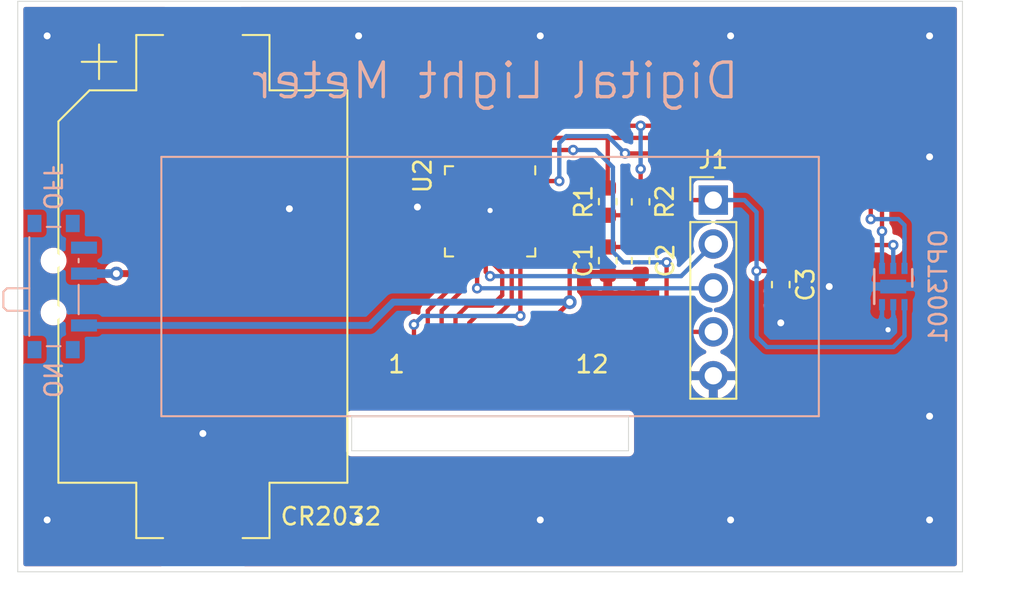
<source format=kicad_pcb>
(kicad_pcb (version 20171130) (host pcbnew "(5.1.6)-1")

  (general
    (thickness 1.6)
    (drawings 15)
    (tracks 167)
    (zones 0)
    (modules 11)
    (nets 40)
  )

  (page A4)
  (layers
    (0 F.Cu signal)
    (31 B.Cu signal)
    (32 B.Adhes user)
    (33 F.Adhes user)
    (34 B.Paste user)
    (35 F.Paste user)
    (36 B.SilkS user)
    (37 F.SilkS user)
    (38 B.Mask user)
    (39 F.Mask user)
    (40 Dwgs.User user)
    (41 Cmts.User user)
    (42 Eco1.User user)
    (43 Eco2.User user)
    (44 Edge.Cuts user)
    (45 Margin user)
    (46 B.CrtYd user)
    (47 F.CrtYd user)
    (48 B.Fab user)
    (49 F.Fab user)
  )

  (setup
    (last_trace_width 0.25)
    (user_trace_width 0.4)
    (trace_clearance 0.2)
    (zone_clearance 0.3)
    (zone_45_only no)
    (trace_min 0.2)
    (via_size 0.8)
    (via_drill 0.4)
    (via_min_size 0.4)
    (via_min_drill 0.3)
    (user_via 0.6 0.3)
    (uvia_size 0.3)
    (uvia_drill 0.1)
    (uvias_allowed no)
    (uvia_min_size 0.2)
    (uvia_min_drill 0.1)
    (edge_width 0.05)
    (segment_width 0.2)
    (pcb_text_width 0.3)
    (pcb_text_size 1.5 1.5)
    (mod_edge_width 0.12)
    (mod_text_size 1 1)
    (mod_text_width 0.15)
    (pad_size 1.524 1.524)
    (pad_drill 0.762)
    (pad_to_mask_clearance 0.05)
    (aux_axis_origin 0 0)
    (visible_elements 7FFFFFFF)
    (pcbplotparams
      (layerselection 0x010fc_ffffffff)
      (usegerberextensions false)
      (usegerberattributes true)
      (usegerberadvancedattributes true)
      (creategerberjobfile true)
      (excludeedgelayer true)
      (linewidth 0.100000)
      (plotframeref false)
      (viasonmask false)
      (mode 1)
      (useauxorigin false)
      (hpglpennumber 1)
      (hpglpenspeed 20)
      (hpglpendiameter 15.000000)
      (psnegative false)
      (psa4output false)
      (plotreference true)
      (plotvalue true)
      (plotinvisibletext false)
      (padsonsilk false)
      (subtractmaskfromsilk false)
      (outputformat 1)
      (mirror false)
      (drillshape 1)
      (scaleselection 1)
      (outputdirectory ""))
  )

  (net 0 "")
  (net 1 "Net-(U1-Pad5)")
  (net 2 "Net-(BT1-Pad1)")
  (net 3 GND)
  (net 4 +3V0)
  (net 5 /MINI58_RST)
  (net 6 "Net-(R1-Pad2)")
  (net 7 "Net-(R2-Pad2)")
  (net 8 "Net-(U2-Pad31)")
  (net 9 "Net-(U2-Pad30)")
  (net 10 "Net-(U2-Pad29)")
  (net 11 "Net-(U2-Pad27)")
  (net 12 "Net-(U2-Pad26)")
  (net 13 "Net-(U2-Pad25)")
  (net 14 "Net-(U2-Pad22)")
  (net 15 "Net-(U2-Pad16)")
  (net 16 "Net-(U2-Pad15)")
  (net 17 "Net-(U2-Pad14)")
  (net 18 "Net-(U2-Pad13)")
  (net 19 "Net-(U2-Pad9)")
  (net 20 "Net-(U2-Pad6)")
  (net 21 "Net-(U2-Pad5)")
  (net 22 "Net-(U2-Pad4)")
  (net 23 "Net-(U2-Pad3)")
  (net 24 "Net-(U2-Pad1)")
  (net 25 "Net-(J1-Pad3)")
  (net 26 "Net-(J1-Pad2)")
  (net 27 "Net-(J2-Pad1)")
  (net 28 "Net-(J2-Pad2)")
  (net 29 "Net-(J2-Pad3)")
  (net 30 "Net-(J2-Pad4)")
  (net 31 "Net-(J2-Pad5)")
  (net 32 "Net-(J2-Pad8)")
  (net 33 "Net-(J2-Pad9)")
  (net 34 "Net-(J2-Pad10)")
  (net 35 "Net-(J2-Pad11)")
  (net 36 "Net-(J2-Pad12)")
  (net 37 "Net-(U2-Pad11)")
  (net 38 "Net-(U2-Pad10)")
  (net 39 "Net-(SW1-Pad3)")

  (net_class Default "This is the default net class."
    (clearance 0.2)
    (trace_width 0.25)
    (via_dia 0.8)
    (via_drill 0.4)
    (uvia_dia 0.3)
    (uvia_drill 0.1)
    (add_net +3V0)
    (add_net /MINI58_RST)
    (add_net GND)
    (add_net "Net-(BT1-Pad1)")
    (add_net "Net-(J1-Pad2)")
    (add_net "Net-(J1-Pad3)")
    (add_net "Net-(J2-Pad1)")
    (add_net "Net-(J2-Pad10)")
    (add_net "Net-(J2-Pad11)")
    (add_net "Net-(J2-Pad12)")
    (add_net "Net-(J2-Pad2)")
    (add_net "Net-(J2-Pad3)")
    (add_net "Net-(J2-Pad4)")
    (add_net "Net-(J2-Pad5)")
    (add_net "Net-(J2-Pad8)")
    (add_net "Net-(J2-Pad9)")
    (add_net "Net-(R1-Pad2)")
    (add_net "Net-(R2-Pad2)")
    (add_net "Net-(SW1-Pad3)")
    (add_net "Net-(U1-Pad5)")
    (add_net "Net-(U2-Pad1)")
    (add_net "Net-(U2-Pad10)")
    (add_net "Net-(U2-Pad11)")
    (add_net "Net-(U2-Pad13)")
    (add_net "Net-(U2-Pad14)")
    (add_net "Net-(U2-Pad15)")
    (add_net "Net-(U2-Pad16)")
    (add_net "Net-(U2-Pad22)")
    (add_net "Net-(U2-Pad25)")
    (add_net "Net-(U2-Pad26)")
    (add_net "Net-(U2-Pad27)")
    (add_net "Net-(U2-Pad29)")
    (add_net "Net-(U2-Pad3)")
    (add_net "Net-(U2-Pad30)")
    (add_net "Net-(U2-Pad31)")
    (add_net "Net-(U2-Pad4)")
    (add_net "Net-(U2-Pad5)")
    (add_net "Net-(U2-Pad6)")
    (add_net "Net-(U2-Pad9)")
  )

  (module pcb_lab:LCD_12832_38x15mm (layer F.Cu) (tedit 5FA4B473) (tstamp 5FA510F7)
    (at 163.6 104)
    (path /5FA52EF3)
    (fp_text reference J2 (at 18.7 9.5) (layer F.SilkS) hide
      (effects (font (size 1 1) (thickness 0.15)))
    )
    (fp_text value 12832 (at 19.3 2.5) (layer F.Fab)
      (effects (font (size 1 1) (thickness 0.15)))
    )
    (fp_line (start 0 0) (end 38 0) (layer B.SilkS) (width 0.12))
    (fp_line (start 38 0) (end 38 15) (layer B.SilkS) (width 0.12))
    (fp_line (start 0 15) (end 0 0) (layer B.SilkS) (width 0.12))
    (fp_line (start 11 17) (end 27 17) (layer F.Fab) (width 0.12))
    (fp_line (start 0 15) (end 38 15) (layer B.SilkS) (width 0.12))
    (fp_line (start 11 15) (end 11 17) (layer F.Fab) (width 0.12))
    (fp_line (start 27 15) (end 27 17) (layer F.Fab) (width 0.12))
    (pad 1 smd rect (at 14.6 12) (size 0.5 3) (layers F.Cu F.Paste F.Mask)
      (net 27 "Net-(J2-Pad1)"))
    (pad 2 smd rect (at 15.4 12) (size 0.5 3) (layers F.Cu F.Paste F.Mask)
      (net 28 "Net-(J2-Pad2)"))
    (pad 3 smd rect (at 16.2 12) (size 0.5 3) (layers F.Cu F.Paste F.Mask)
      (net 29 "Net-(J2-Pad3)"))
    (pad 4 smd rect (at 17 12) (size 0.5 3) (layers F.Cu F.Paste F.Mask)
      (net 30 "Net-(J2-Pad4)"))
    (pad 5 smd rect (at 17.8 12) (size 0.5 3) (layers F.Cu F.Paste F.Mask)
      (net 31 "Net-(J2-Pad5)"))
    (pad 6 smd rect (at 18.6 12) (size 0.5 3) (layers F.Cu F.Paste F.Mask)
      (net 4 +3V0))
    (pad 7 smd rect (at 19.4 12) (size 0.5 3) (layers F.Cu F.Paste F.Mask)
      (net 3 GND))
    (pad 8 smd rect (at 20.2 12) (size 0.5 3) (layers F.Cu F.Paste F.Mask)
      (net 32 "Net-(J2-Pad8)"))
    (pad 9 smd rect (at 21 12) (size 0.5 3) (layers F.Cu F.Paste F.Mask)
      (net 33 "Net-(J2-Pad9)"))
    (pad 10 smd rect (at 21.8 12) (size 0.5 3) (layers F.Cu F.Paste F.Mask)
      (net 34 "Net-(J2-Pad10)"))
    (pad 11 smd rect (at 22.6 12) (size 0.5 3) (layers F.Cu F.Paste F.Mask)
      (net 35 "Net-(J2-Pad11)"))
    (pad 12 smd rect (at 23.4 12) (size 0.5 3) (layers F.Cu F.Paste F.Mask)
      (net 36 "Net-(J2-Pad12)"))
  )

  (module Package_DFN_QFN:QFN-32-1EP_5x5mm_P0.5mm_EP3.45x3.45mm (layer F.Cu) (tedit 5DC5F6A4) (tstamp 5FA3A7A9)
    (at 182.6 107.15 270)
    (descr "QFN, 32 Pin (http://www.analog.com/media/en/package-pcb-resources/package/pkg_pdf/ltc-legacy-qfn/QFN_32_05-08-1693.pdf), generated with kicad-footprint-generator ipc_noLead_generator.py")
    (tags "QFN NoLead")
    (path /5E80C367)
    (attr smd)
    (fp_text reference U2 (at -2.05 3.9 90) (layer F.SilkS)
      (effects (font (size 1 1) (thickness 0.15)))
    )
    (fp_text value MINI58ZDE (at 0 3.82 90) (layer F.Fab)
      (effects (font (size 1 1) (thickness 0.15)))
    )
    (fp_line (start 3.12 -3.12) (end -3.12 -3.12) (layer F.CrtYd) (width 0.05))
    (fp_line (start 3.12 3.12) (end 3.12 -3.12) (layer F.CrtYd) (width 0.05))
    (fp_line (start -3.12 3.12) (end 3.12 3.12) (layer F.CrtYd) (width 0.05))
    (fp_line (start -3.12 -3.12) (end -3.12 3.12) (layer F.CrtYd) (width 0.05))
    (fp_line (start -2.5 -1.5) (end -1.5 -2.5) (layer F.Fab) (width 0.1))
    (fp_line (start -2.5 2.5) (end -2.5 -1.5) (layer F.Fab) (width 0.1))
    (fp_line (start 2.5 2.5) (end -2.5 2.5) (layer F.Fab) (width 0.1))
    (fp_line (start 2.5 -2.5) (end 2.5 2.5) (layer F.Fab) (width 0.1))
    (fp_line (start -1.5 -2.5) (end 2.5 -2.5) (layer F.Fab) (width 0.1))
    (fp_line (start -2.135 -2.61) (end -2.61 -2.61) (layer F.SilkS) (width 0.12))
    (fp_line (start 2.61 2.61) (end 2.61 2.135) (layer F.SilkS) (width 0.12))
    (fp_line (start 2.135 2.61) (end 2.61 2.61) (layer F.SilkS) (width 0.12))
    (fp_line (start -2.61 2.61) (end -2.61 2.135) (layer F.SilkS) (width 0.12))
    (fp_line (start -2.135 2.61) (end -2.61 2.61) (layer F.SilkS) (width 0.12))
    (fp_line (start 2.61 -2.61) (end 2.61 -2.135) (layer F.SilkS) (width 0.12))
    (fp_line (start 2.135 -2.61) (end 2.61 -2.61) (layer F.SilkS) (width 0.12))
    (fp_text user %R (at 0 0 90) (layer F.Fab)
      (effects (font (size 1 1) (thickness 0.15)))
    )
    (pad "" smd roundrect (at 1.15 1.15 270) (size 0.93 0.93) (layers F.Paste) (roundrect_rratio 0.25))
    (pad "" smd roundrect (at 1.15 0 270) (size 0.93 0.93) (layers F.Paste) (roundrect_rratio 0.25))
    (pad "" smd roundrect (at 1.15 -1.15 270) (size 0.93 0.93) (layers F.Paste) (roundrect_rratio 0.25))
    (pad "" smd roundrect (at 0 1.15 270) (size 0.93 0.93) (layers F.Paste) (roundrect_rratio 0.25))
    (pad "" smd roundrect (at 0 0 270) (size 0.93 0.93) (layers F.Paste) (roundrect_rratio 0.25))
    (pad "" smd roundrect (at 0 -1.15 270) (size 0.93 0.93) (layers F.Paste) (roundrect_rratio 0.25))
    (pad "" smd roundrect (at -1.15 1.15 270) (size 0.93 0.93) (layers F.Paste) (roundrect_rratio 0.25))
    (pad "" smd roundrect (at -1.15 0 270) (size 0.93 0.93) (layers F.Paste) (roundrect_rratio 0.25))
    (pad "" smd roundrect (at -1.15 -1.15 270) (size 0.93 0.93) (layers F.Paste) (roundrect_rratio 0.25))
    (pad 33 smd rect (at 0 0 270) (size 3.45 3.45) (layers F.Cu F.Mask)
      (net 3 GND))
    (pad 32 smd roundrect (at -1.75 -2.4375 270) (size 0.25 0.875) (layers F.Cu F.Paste F.Mask) (roundrect_rratio 0.25)
      (net 1 "Net-(U1-Pad5)"))
    (pad 31 smd roundrect (at -1.25 -2.4375 270) (size 0.25 0.875) (layers F.Cu F.Paste F.Mask) (roundrect_rratio 0.25)
      (net 8 "Net-(U2-Pad31)"))
    (pad 30 smd roundrect (at -0.75 -2.4375 270) (size 0.25 0.875) (layers F.Cu F.Paste F.Mask) (roundrect_rratio 0.25)
      (net 9 "Net-(U2-Pad30)"))
    (pad 29 smd roundrect (at -0.25 -2.4375 270) (size 0.25 0.875) (layers F.Cu F.Paste F.Mask) (roundrect_rratio 0.25)
      (net 10 "Net-(U2-Pad29)"))
    (pad 28 smd roundrect (at 0.25 -2.4375 270) (size 0.25 0.875) (layers F.Cu F.Paste F.Mask) (roundrect_rratio 0.25)
      (net 4 +3V0))
    (pad 27 smd roundrect (at 0.75 -2.4375 270) (size 0.25 0.875) (layers F.Cu F.Paste F.Mask) (roundrect_rratio 0.25)
      (net 11 "Net-(U2-Pad27)"))
    (pad 26 smd roundrect (at 1.25 -2.4375 270) (size 0.25 0.875) (layers F.Cu F.Paste F.Mask) (roundrect_rratio 0.25)
      (net 12 "Net-(U2-Pad26)"))
    (pad 25 smd roundrect (at 1.75 -2.4375 270) (size 0.25 0.875) (layers F.Cu F.Paste F.Mask) (roundrect_rratio 0.25)
      (net 13 "Net-(U2-Pad25)"))
    (pad 24 smd roundrect (at 2.4375 -1.75 270) (size 0.875 0.25) (layers F.Cu F.Paste F.Mask) (roundrect_rratio 0.25)
      (net 27 "Net-(J2-Pad1)"))
    (pad 23 smd roundrect (at 2.4375 -1.25 270) (size 0.875 0.25) (layers F.Cu F.Paste F.Mask) (roundrect_rratio 0.25)
      (net 31 "Net-(J2-Pad5)"))
    (pad 22 smd roundrect (at 2.4375 -0.75 270) (size 0.875 0.25) (layers F.Cu F.Paste F.Mask) (roundrect_rratio 0.25)
      (net 14 "Net-(U2-Pad22)"))
    (pad 21 smd roundrect (at 2.4375 -0.25 270) (size 0.875 0.25) (layers F.Cu F.Paste F.Mask) (roundrect_rratio 0.25)
      (net 30 "Net-(J2-Pad4)"))
    (pad 20 smd roundrect (at 2.4375 0.25 270) (size 0.875 0.25) (layers F.Cu F.Paste F.Mask) (roundrect_rratio 0.25)
      (net 26 "Net-(J1-Pad2)"))
    (pad 19 smd roundrect (at 2.4375 0.75 270) (size 0.875 0.25) (layers F.Cu F.Paste F.Mask) (roundrect_rratio 0.25)
      (net 25 "Net-(J1-Pad3)"))
    (pad 18 smd roundrect (at 2.4375 1.25 270) (size 0.875 0.25) (layers F.Cu F.Paste F.Mask) (roundrect_rratio 0.25)
      (net 29 "Net-(J2-Pad3)"))
    (pad 17 smd roundrect (at 2.4375 1.75 270) (size 0.875 0.25) (layers F.Cu F.Paste F.Mask) (roundrect_rratio 0.25)
      (net 28 "Net-(J2-Pad2)"))
    (pad 16 smd roundrect (at 1.75 2.4375 270) (size 0.25 0.875) (layers F.Cu F.Paste F.Mask) (roundrect_rratio 0.25)
      (net 15 "Net-(U2-Pad16)"))
    (pad 15 smd roundrect (at 1.25 2.4375 270) (size 0.25 0.875) (layers F.Cu F.Paste F.Mask) (roundrect_rratio 0.25)
      (net 16 "Net-(U2-Pad15)"))
    (pad 14 smd roundrect (at 0.75 2.4375 270) (size 0.25 0.875) (layers F.Cu F.Paste F.Mask) (roundrect_rratio 0.25)
      (net 17 "Net-(U2-Pad14)"))
    (pad 13 smd roundrect (at 0.25 2.4375 270) (size 0.25 0.875) (layers F.Cu F.Paste F.Mask) (roundrect_rratio 0.25)
      (net 18 "Net-(U2-Pad13)"))
    (pad 12 smd roundrect (at -0.25 2.4375 270) (size 0.25 0.875) (layers F.Cu F.Paste F.Mask) (roundrect_rratio 0.25)
      (net 3 GND))
    (pad 11 smd roundrect (at -0.75 2.4375 270) (size 0.25 0.875) (layers F.Cu F.Paste F.Mask) (roundrect_rratio 0.25)
      (net 37 "Net-(U2-Pad11)"))
    (pad 10 smd roundrect (at -1.25 2.4375 270) (size 0.25 0.875) (layers F.Cu F.Paste F.Mask) (roundrect_rratio 0.25)
      (net 38 "Net-(U2-Pad10)"))
    (pad 9 smd roundrect (at -1.75 2.4375 270) (size 0.25 0.875) (layers F.Cu F.Paste F.Mask) (roundrect_rratio 0.25)
      (net 19 "Net-(U2-Pad9)"))
    (pad 8 smd roundrect (at -2.4375 1.75 270) (size 0.875 0.25) (layers F.Cu F.Paste F.Mask) (roundrect_rratio 0.25)
      (net 7 "Net-(R2-Pad2)"))
    (pad 7 smd roundrect (at -2.4375 1.25 270) (size 0.875 0.25) (layers F.Cu F.Paste F.Mask) (roundrect_rratio 0.25)
      (net 6 "Net-(R1-Pad2)"))
    (pad 6 smd roundrect (at -2.4375 0.75 270) (size 0.875 0.25) (layers F.Cu F.Paste F.Mask) (roundrect_rratio 0.25)
      (net 20 "Net-(U2-Pad6)"))
    (pad 5 smd roundrect (at -2.4375 0.25 270) (size 0.875 0.25) (layers F.Cu F.Paste F.Mask) (roundrect_rratio 0.25)
      (net 21 "Net-(U2-Pad5)"))
    (pad 4 smd roundrect (at -2.4375 -0.25 270) (size 0.875 0.25) (layers F.Cu F.Paste F.Mask) (roundrect_rratio 0.25)
      (net 22 "Net-(U2-Pad4)"))
    (pad 3 smd roundrect (at -2.4375 -0.75 270) (size 0.875 0.25) (layers F.Cu F.Paste F.Mask) (roundrect_rratio 0.25)
      (net 23 "Net-(U2-Pad3)"))
    (pad 2 smd roundrect (at -2.4375 -1.25 270) (size 0.875 0.25) (layers F.Cu F.Paste F.Mask) (roundrect_rratio 0.25)
      (net 5 /MINI58_RST))
    (pad 1 smd roundrect (at -2.4375 -1.75 270) (size 0.875 0.25) (layers F.Cu F.Paste F.Mask) (roundrect_rratio 0.25)
      (net 24 "Net-(U2-Pad1)"))
    (model ${KISYS3DMOD}/Package_DFN_QFN.3dshapes/QFN-32-1EP_5x5mm_P0.5mm_EP3.45x3.45mm.wrl
      (at (xyz 0 0 0))
      (scale (xyz 1 1 1))
      (rotate (xyz 0 0 0))
    )
  )

  (module Button_Switch_SMD:SW_SPDT_PCM12 (layer B.Cu) (tedit 5A02FC95) (tstamp 5FA3A73E)
    (at 157.7 111.5 90)
    (descr "Ultraminiature Surface Mount Slide Switch, right-angle, https://www.ckswitches.com/media/1424/pcm.pdf")
    (path /5E1E8C5E)
    (attr smd)
    (fp_text reference SW1 (at 0 3.2 270) (layer B.SilkS) hide
      (effects (font (size 1 1) (thickness 0.15)) (justify mirror))
    )
    (fp_text value ON/OFF (at 0 -4.25 270) (layer B.Fab) hide
      (effects (font (size 1 1) (thickness 0.15)) (justify mirror))
    )
    (fp_line (start 3.45 -0.72) (end 3.45 0.07) (layer B.SilkS) (width 0.12))
    (fp_line (start -3.45 0.07) (end -3.45 -0.72) (layer B.SilkS) (width 0.12))
    (fp_line (start -1.6 1.12) (end 0.1 1.12) (layer B.SilkS) (width 0.12))
    (fp_line (start -2.85 -1.73) (end 2.85 -1.73) (layer B.SilkS) (width 0.12))
    (fp_line (start -0.1 -3.02) (end -0.1 -1.73) (layer B.SilkS) (width 0.12))
    (fp_line (start -1.2 -3.23) (end -0.3 -3.23) (layer B.SilkS) (width 0.12))
    (fp_line (start -1.4 -1.73) (end -1.4 -3.02) (layer B.SilkS) (width 0.12))
    (fp_line (start -0.1 -3.02) (end -0.3 -3.23) (layer B.SilkS) (width 0.12))
    (fp_line (start -1.4 -3.02) (end -1.2 -3.23) (layer B.SilkS) (width 0.12))
    (fp_line (start -4.4 -2.1) (end -4.4 2.45) (layer B.CrtYd) (width 0.05))
    (fp_line (start -1.65 -2.1) (end -4.4 -2.1) (layer B.CrtYd) (width 0.05))
    (fp_line (start -1.65 -3.4) (end -1.65 -2.1) (layer B.CrtYd) (width 0.05))
    (fp_line (start 1.65 -3.4) (end -1.65 -3.4) (layer B.CrtYd) (width 0.05))
    (fp_line (start 1.65 -2.1) (end 1.65 -3.4) (layer B.CrtYd) (width 0.05))
    (fp_line (start 4.4 -2.1) (end 1.65 -2.1) (layer B.CrtYd) (width 0.05))
    (fp_line (start 4.4 2.45) (end 4.4 -2.1) (layer B.CrtYd) (width 0.05))
    (fp_line (start -4.4 2.45) (end 4.4 2.45) (layer B.CrtYd) (width 0.05))
    (fp_line (start 1.4 1.12) (end 1.6 1.12) (layer B.SilkS) (width 0.12))
    (fp_line (start 3.35 1) (end -3.35 1) (layer B.Fab) (width 0.1))
    (fp_line (start 3.35 -1.6) (end 3.35 1) (layer B.Fab) (width 0.1))
    (fp_line (start -3.35 -1.6) (end 3.35 -1.6) (layer B.Fab) (width 0.1))
    (fp_line (start -3.35 1) (end -3.35 -1.6) (layer B.Fab) (width 0.1))
    (fp_line (start -0.1 -2.9) (end -0.1 -1.6) (layer B.Fab) (width 0.1))
    (fp_line (start -0.15 -2.95) (end -0.1 -2.9) (layer B.Fab) (width 0.1))
    (fp_line (start -0.35 -3.15) (end -0.15 -2.95) (layer B.Fab) (width 0.1))
    (fp_line (start -1.2 -3.15) (end -0.35 -3.15) (layer B.Fab) (width 0.1))
    (fp_line (start -1.4 -2.95) (end -1.2 -3.15) (layer B.Fab) (width 0.1))
    (fp_line (start -1.4 -1.65) (end -1.4 -2.95) (layer B.Fab) (width 0.1))
    (fp_text user %R (at 0 3.2 270) (layer B.Fab)
      (effects (font (size 1 1) (thickness 0.15)) (justify mirror))
    )
    (pad "" smd rect (at -3.65 0.78 90) (size 1 0.8) (layers B.Cu B.Paste B.Mask))
    (pad "" smd rect (at 3.65 0.78 90) (size 1 0.8) (layers B.Cu B.Paste B.Mask))
    (pad "" smd rect (at 3.65 -1.43 90) (size 1 0.8) (layers B.Cu B.Paste B.Mask))
    (pad "" smd rect (at -3.65 -1.43 90) (size 1 0.8) (layers B.Cu B.Paste B.Mask))
    (pad 3 smd rect (at 2.25 1.43 90) (size 0.7 1.5) (layers B.Cu B.Paste B.Mask)
      (net 39 "Net-(SW1-Pad3)"))
    (pad 2 smd rect (at 0.75 1.43 90) (size 0.7 1.5) (layers B.Cu B.Paste B.Mask)
      (net 2 "Net-(BT1-Pad1)"))
    (pad 1 smd rect (at -2.25 1.43 90) (size 0.7 1.5) (layers B.Cu B.Paste B.Mask)
      (net 4 +3V0))
    (pad "" np_thru_hole circle (at 1.5 -0.33 90) (size 0.9 0.9) (drill 0.9) (layers *.Cu *.Mask))
    (pad "" np_thru_hole circle (at -1.5 -0.33 90) (size 0.9 0.9) (drill 0.9) (layers *.Cu *.Mask))
    (model ${KISYS3DMOD}/Button_Switch_SMD.3dshapes/SW_SPDT_PCM12.wrl
      (at (xyz 0 0 0))
      (scale (xyz 1 1 1))
      (rotate (xyz 0 0 0))
    )
  )

  (module Resistor_SMD:R_0603_1608Metric (layer F.Cu) (tedit 5B301BBD) (tstamp 5FA3A714)
    (at 191.3 106.6 90)
    (descr "Resistor SMD 0603 (1608 Metric), square (rectangular) end terminal, IPC_7351 nominal, (Body size source: http://www.tortai-tech.com/upload/download/2011102023233369053.pdf), generated with kicad-footprint-generator")
    (tags resistor)
    (path /5D804765)
    (attr smd)
    (fp_text reference R2 (at 0 1.4 90) (layer F.SilkS)
      (effects (font (size 1 1) (thickness 0.15)))
    )
    (fp_text value 10K (at 0 1.43 90) (layer F.Fab)
      (effects (font (size 1 1) (thickness 0.15)))
    )
    (fp_line (start 1.48 0.73) (end -1.48 0.73) (layer F.CrtYd) (width 0.05))
    (fp_line (start 1.48 -0.73) (end 1.48 0.73) (layer F.CrtYd) (width 0.05))
    (fp_line (start -1.48 -0.73) (end 1.48 -0.73) (layer F.CrtYd) (width 0.05))
    (fp_line (start -1.48 0.73) (end -1.48 -0.73) (layer F.CrtYd) (width 0.05))
    (fp_line (start -0.162779 0.51) (end 0.162779 0.51) (layer F.SilkS) (width 0.12))
    (fp_line (start -0.162779 -0.51) (end 0.162779 -0.51) (layer F.SilkS) (width 0.12))
    (fp_line (start 0.8 0.4) (end -0.8 0.4) (layer F.Fab) (width 0.1))
    (fp_line (start 0.8 -0.4) (end 0.8 0.4) (layer F.Fab) (width 0.1))
    (fp_line (start -0.8 -0.4) (end 0.8 -0.4) (layer F.Fab) (width 0.1))
    (fp_line (start -0.8 0.4) (end -0.8 -0.4) (layer F.Fab) (width 0.1))
    (fp_text user %R (at 0 0 90) (layer F.Fab)
      (effects (font (size 0.4 0.4) (thickness 0.06)))
    )
    (pad 2 smd roundrect (at 0.7875 0 90) (size 0.875 0.95) (layers F.Cu F.Paste F.Mask) (roundrect_rratio 0.25)
      (net 7 "Net-(R2-Pad2)"))
    (pad 1 smd roundrect (at -0.7875 0 90) (size 0.875 0.95) (layers F.Cu F.Paste F.Mask) (roundrect_rratio 0.25)
      (net 4 +3V0))
    (model ${KISYS3DMOD}/Resistor_SMD.3dshapes/R_0603_1608Metric.wrl
      (at (xyz 0 0 0))
      (scale (xyz 1 1 1))
      (rotate (xyz 0 0 0))
    )
  )

  (module Resistor_SMD:R_0603_1608Metric (layer F.Cu) (tedit 5B301BBD) (tstamp 5FA3A703)
    (at 189.4 106.5875 90)
    (descr "Resistor SMD 0603 (1608 Metric), square (rectangular) end terminal, IPC_7351 nominal, (Body size source: http://www.tortai-tech.com/upload/download/2011102023233369053.pdf), generated with kicad-footprint-generator")
    (tags resistor)
    (path /5D803F7E)
    (attr smd)
    (fp_text reference R1 (at -0.0125 -1.4 90) (layer F.SilkS)
      (effects (font (size 1 1) (thickness 0.15)))
    )
    (fp_text value 10K (at 0 1.43 90) (layer F.Fab)
      (effects (font (size 1 1) (thickness 0.15)))
    )
    (fp_line (start 1.48 0.73) (end -1.48 0.73) (layer F.CrtYd) (width 0.05))
    (fp_line (start 1.48 -0.73) (end 1.48 0.73) (layer F.CrtYd) (width 0.05))
    (fp_line (start -1.48 -0.73) (end 1.48 -0.73) (layer F.CrtYd) (width 0.05))
    (fp_line (start -1.48 0.73) (end -1.48 -0.73) (layer F.CrtYd) (width 0.05))
    (fp_line (start -0.162779 0.51) (end 0.162779 0.51) (layer F.SilkS) (width 0.12))
    (fp_line (start -0.162779 -0.51) (end 0.162779 -0.51) (layer F.SilkS) (width 0.12))
    (fp_line (start 0.8 0.4) (end -0.8 0.4) (layer F.Fab) (width 0.1))
    (fp_line (start 0.8 -0.4) (end 0.8 0.4) (layer F.Fab) (width 0.1))
    (fp_line (start -0.8 -0.4) (end 0.8 -0.4) (layer F.Fab) (width 0.1))
    (fp_line (start -0.8 0.4) (end -0.8 -0.4) (layer F.Fab) (width 0.1))
    (fp_text user %R (at 0 0 90) (layer F.Fab)
      (effects (font (size 0.4 0.4) (thickness 0.06)))
    )
    (pad 2 smd roundrect (at 0.7875 0 90) (size 0.875 0.95) (layers F.Cu F.Paste F.Mask) (roundrect_rratio 0.25)
      (net 6 "Net-(R1-Pad2)"))
    (pad 1 smd roundrect (at -0.7875 0 90) (size 0.875 0.95) (layers F.Cu F.Paste F.Mask) (roundrect_rratio 0.25)
      (net 4 +3V0))
    (model ${KISYS3DMOD}/Resistor_SMD.3dshapes/R_0603_1608Metric.wrl
      (at (xyz 0 0 0))
      (scale (xyz 1 1 1))
      (rotate (xyz 0 0 0))
    )
  )

  (module Connector_PinHeader_2.54mm:PinHeader_1x05_P2.54mm_Vertical (layer F.Cu) (tedit 59FED5CC) (tstamp 5FA3A6F2)
    (at 195.5 106.5)
    (descr "Through hole straight pin header, 1x05, 2.54mm pitch, single row")
    (tags "Through hole pin header THT 1x05 2.54mm single row")
    (path /5E83E34F)
    (fp_text reference J1 (at 0 -2.33) (layer F.SilkS)
      (effects (font (size 1 1) (thickness 0.15)))
    )
    (fp_text value NU-LINK (at 0 12.49) (layer F.Fab)
      (effects (font (size 1 1) (thickness 0.15)))
    )
    (fp_line (start 1.8 -1.8) (end -1.8 -1.8) (layer F.CrtYd) (width 0.05))
    (fp_line (start 1.8 11.95) (end 1.8 -1.8) (layer F.CrtYd) (width 0.05))
    (fp_line (start -1.8 11.95) (end 1.8 11.95) (layer F.CrtYd) (width 0.05))
    (fp_line (start -1.8 -1.8) (end -1.8 11.95) (layer F.CrtYd) (width 0.05))
    (fp_line (start -1.33 -1.33) (end 0 -1.33) (layer F.SilkS) (width 0.12))
    (fp_line (start -1.33 0) (end -1.33 -1.33) (layer F.SilkS) (width 0.12))
    (fp_line (start -1.33 1.27) (end 1.33 1.27) (layer F.SilkS) (width 0.12))
    (fp_line (start 1.33 1.27) (end 1.33 11.49) (layer F.SilkS) (width 0.12))
    (fp_line (start -1.33 1.27) (end -1.33 11.49) (layer F.SilkS) (width 0.12))
    (fp_line (start -1.33 11.49) (end 1.33 11.49) (layer F.SilkS) (width 0.12))
    (fp_line (start -1.27 -0.635) (end -0.635 -1.27) (layer F.Fab) (width 0.1))
    (fp_line (start -1.27 11.43) (end -1.27 -0.635) (layer F.Fab) (width 0.1))
    (fp_line (start 1.27 11.43) (end -1.27 11.43) (layer F.Fab) (width 0.1))
    (fp_line (start 1.27 -1.27) (end 1.27 11.43) (layer F.Fab) (width 0.1))
    (fp_line (start -0.635 -1.27) (end 1.27 -1.27) (layer F.Fab) (width 0.1))
    (fp_text user %R (at 0 5.08 90) (layer F.Fab)
      (effects (font (size 1 1) (thickness 0.15)))
    )
    (pad 5 thru_hole oval (at 0 10.16) (size 1.7 1.7) (drill 1) (layers *.Cu *.Mask)
      (net 3 GND))
    (pad 4 thru_hole oval (at 0 7.62) (size 1.7 1.7) (drill 1) (layers *.Cu *.Mask)
      (net 5 /MINI58_RST))
    (pad 3 thru_hole oval (at 0 5.08) (size 1.7 1.7) (drill 1) (layers *.Cu *.Mask)
      (net 25 "Net-(J1-Pad3)"))
    (pad 2 thru_hole oval (at 0 2.54) (size 1.7 1.7) (drill 1) (layers *.Cu *.Mask)
      (net 26 "Net-(J1-Pad2)"))
    (pad 1 thru_hole rect (at 0 0) (size 1.7 1.7) (drill 1) (layers *.Cu *.Mask)
      (net 4 +3V0))
    (model ${KISYS3DMOD}/Connector_PinHeader_2.54mm.3dshapes/PinHeader_1x05_P2.54mm_Vertical.wrl
      (at (xyz 0 0 0))
      (scale (xyz 1 1 1))
      (rotate (xyz 0 0 0))
    )
  )

  (module Capacitor_SMD:C_0603_1608Metric (layer F.Cu) (tedit 5B301BBE) (tstamp 5FA3A6D9)
    (at 199.4 111.3875 270)
    (descr "Capacitor SMD 0603 (1608 Metric), square (rectangular) end terminal, IPC_7351 nominal, (Body size source: http://www.tortai-tech.com/upload/download/2011102023233369053.pdf), generated with kicad-footprint-generator")
    (tags capacitor)
    (path /5FA6312D)
    (attr smd)
    (fp_text reference C3 (at 0 -1.43 90) (layer F.SilkS)
      (effects (font (size 1 1) (thickness 0.15)))
    )
    (fp_text value 0.1uF (at 0 1.43 90) (layer F.Fab)
      (effects (font (size 1 1) (thickness 0.15)))
    )
    (fp_line (start 1.48 0.73) (end -1.48 0.73) (layer F.CrtYd) (width 0.05))
    (fp_line (start 1.48 -0.73) (end 1.48 0.73) (layer F.CrtYd) (width 0.05))
    (fp_line (start -1.48 -0.73) (end 1.48 -0.73) (layer F.CrtYd) (width 0.05))
    (fp_line (start -1.48 0.73) (end -1.48 -0.73) (layer F.CrtYd) (width 0.05))
    (fp_line (start -0.162779 0.51) (end 0.162779 0.51) (layer F.SilkS) (width 0.12))
    (fp_line (start -0.162779 -0.51) (end 0.162779 -0.51) (layer F.SilkS) (width 0.12))
    (fp_line (start 0.8 0.4) (end -0.8 0.4) (layer F.Fab) (width 0.1))
    (fp_line (start 0.8 -0.4) (end 0.8 0.4) (layer F.Fab) (width 0.1))
    (fp_line (start -0.8 -0.4) (end 0.8 -0.4) (layer F.Fab) (width 0.1))
    (fp_line (start -0.8 0.4) (end -0.8 -0.4) (layer F.Fab) (width 0.1))
    (fp_text user %R (at 0 0 90) (layer F.Fab)
      (effects (font (size 0.4 0.4) (thickness 0.06)))
    )
    (pad 2 smd roundrect (at 0.7875 0 270) (size 0.875 0.95) (layers F.Cu F.Paste F.Mask) (roundrect_rratio 0.25)
      (net 3 GND))
    (pad 1 smd roundrect (at -0.7875 0 270) (size 0.875 0.95) (layers F.Cu F.Paste F.Mask) (roundrect_rratio 0.25)
      (net 4 +3V0))
    (model ${KISYS3DMOD}/Capacitor_SMD.3dshapes/C_0603_1608Metric.wrl
      (at (xyz 0 0 0))
      (scale (xyz 1 1 1))
      (rotate (xyz 0 0 0))
    )
  )

  (module Capacitor_SMD:C_0603_1608Metric (layer F.Cu) (tedit 5B301BBE) (tstamp 5FA3A6C8)
    (at 191.3 110 270)
    (descr "Capacitor SMD 0603 (1608 Metric), square (rectangular) end terminal, IPC_7351 nominal, (Body size source: http://www.tortai-tech.com/upload/download/2011102023233369053.pdf), generated with kicad-footprint-generator")
    (tags capacitor)
    (path /5FA66648)
    (attr smd)
    (fp_text reference C2 (at 0 -1.43 90) (layer F.SilkS)
      (effects (font (size 1 1) (thickness 0.15)))
    )
    (fp_text value 10uF (at 0 1.43 90) (layer F.Fab)
      (effects (font (size 1 1) (thickness 0.15)))
    )
    (fp_line (start 1.48 0.73) (end -1.48 0.73) (layer F.CrtYd) (width 0.05))
    (fp_line (start 1.48 -0.73) (end 1.48 0.73) (layer F.CrtYd) (width 0.05))
    (fp_line (start -1.48 -0.73) (end 1.48 -0.73) (layer F.CrtYd) (width 0.05))
    (fp_line (start -1.48 0.73) (end -1.48 -0.73) (layer F.CrtYd) (width 0.05))
    (fp_line (start -0.162779 0.51) (end 0.162779 0.51) (layer F.SilkS) (width 0.12))
    (fp_line (start -0.162779 -0.51) (end 0.162779 -0.51) (layer F.SilkS) (width 0.12))
    (fp_line (start 0.8 0.4) (end -0.8 0.4) (layer F.Fab) (width 0.1))
    (fp_line (start 0.8 -0.4) (end 0.8 0.4) (layer F.Fab) (width 0.1))
    (fp_line (start -0.8 -0.4) (end 0.8 -0.4) (layer F.Fab) (width 0.1))
    (fp_line (start -0.8 0.4) (end -0.8 -0.4) (layer F.Fab) (width 0.1))
    (fp_text user %R (at 0 0 90) (layer F.Fab)
      (effects (font (size 0.4 0.4) (thickness 0.06)))
    )
    (pad 2 smd roundrect (at 0.7875 0 270) (size 0.875 0.95) (layers F.Cu F.Paste F.Mask) (roundrect_rratio 0.25)
      (net 3 GND))
    (pad 1 smd roundrect (at -0.7875 0 270) (size 0.875 0.95) (layers F.Cu F.Paste F.Mask) (roundrect_rratio 0.25)
      (net 4 +3V0))
    (model ${KISYS3DMOD}/Capacitor_SMD.3dshapes/C_0603_1608Metric.wrl
      (at (xyz 0 0 0))
      (scale (xyz 1 1 1))
      (rotate (xyz 0 0 0))
    )
  )

  (module Capacitor_SMD:C_0603_1608Metric (layer F.Cu) (tedit 5B301BBE) (tstamp 5FA3A6B7)
    (at 189.4 110 270)
    (descr "Capacitor SMD 0603 (1608 Metric), square (rectangular) end terminal, IPC_7351 nominal, (Body size source: http://www.tortai-tech.com/upload/download/2011102023233369053.pdf), generated with kicad-footprint-generator")
    (tags capacitor)
    (path /5DA193D7)
    (attr smd)
    (fp_text reference C1 (at 0 1.4 90) (layer F.SilkS)
      (effects (font (size 1 1) (thickness 0.15)))
    )
    (fp_text value 0.1uF (at 0 1.43 90) (layer F.Fab)
      (effects (font (size 1 1) (thickness 0.15)))
    )
    (fp_line (start 1.48 0.73) (end -1.48 0.73) (layer F.CrtYd) (width 0.05))
    (fp_line (start 1.48 -0.73) (end 1.48 0.73) (layer F.CrtYd) (width 0.05))
    (fp_line (start -1.48 -0.73) (end 1.48 -0.73) (layer F.CrtYd) (width 0.05))
    (fp_line (start -1.48 0.73) (end -1.48 -0.73) (layer F.CrtYd) (width 0.05))
    (fp_line (start -0.162779 0.51) (end 0.162779 0.51) (layer F.SilkS) (width 0.12))
    (fp_line (start -0.162779 -0.51) (end 0.162779 -0.51) (layer F.SilkS) (width 0.12))
    (fp_line (start 0.8 0.4) (end -0.8 0.4) (layer F.Fab) (width 0.1))
    (fp_line (start 0.8 -0.4) (end 0.8 0.4) (layer F.Fab) (width 0.1))
    (fp_line (start -0.8 -0.4) (end 0.8 -0.4) (layer F.Fab) (width 0.1))
    (fp_line (start -0.8 0.4) (end -0.8 -0.4) (layer F.Fab) (width 0.1))
    (fp_text user %R (at 0 0 90) (layer F.Fab)
      (effects (font (size 0.4 0.4) (thickness 0.06)))
    )
    (pad 2 smd roundrect (at 0.7875 0 270) (size 0.875 0.95) (layers F.Cu F.Paste F.Mask) (roundrect_rratio 0.25)
      (net 3 GND))
    (pad 1 smd roundrect (at -0.7875 0 270) (size 0.875 0.95) (layers F.Cu F.Paste F.Mask) (roundrect_rratio 0.25)
      (net 4 +3V0))
    (model ${KISYS3DMOD}/Capacitor_SMD.3dshapes/C_0603_1608Metric.wrl
      (at (xyz 0 0 0))
      (scale (xyz 1 1 1))
      (rotate (xyz 0 0 0))
    )
  )

  (module Battery:BatteryHolder_Keystone_1060_1x2032 (layer F.Cu) (tedit 5B98EF5E) (tstamp 5FA3A6A6)
    (at 166 111.5 270)
    (descr http://www.keyelco.com/product-pdf.cfm?p=726)
    (tags "CR2032 BR2032 BatteryHolder Battery")
    (path /5FA54579)
    (attr smd)
    (fp_text reference BT1 (at -14.125 -5.3 90) (layer F.SilkS) hide
      (effects (font (size 1 1) (thickness 0.15)))
    )
    (fp_text value Battery_Cell (at 0 -11.75 90) (layer F.Fab)
      (effects (font (size 1 1) (thickness 0.15)))
    )
    (fp_line (start -12 6) (end -14 6) (layer F.SilkS) (width 0.12))
    (fp_line (start -13 5) (end -13 7) (layer F.SilkS) (width 0.12))
    (fp_line (start 11.5 -8.5) (end 6.5 -8.5) (layer F.CrtYd) (width 0.05))
    (fp_line (start 11.5 4) (end 11.5 8.5) (layer F.CrtYd) (width 0.05))
    (fp_line (start 14.7 4) (end 11.5 4) (layer F.CrtYd) (width 0.05))
    (fp_line (start 14.7 2.3) (end 14.7 4) (layer F.CrtYd) (width 0.05))
    (fp_line (start 16.45 2.3) (end 14.7 2.3) (layer F.CrtYd) (width 0.05))
    (fp_line (start 16.45 -2.3) (end 16.45 2.3) (layer F.CrtYd) (width 0.05))
    (fp_line (start 14.7 -2.3) (end 16.45 -2.3) (layer F.CrtYd) (width 0.05))
    (fp_line (start 14.7 -4) (end 14.7 -2.3) (layer F.CrtYd) (width 0.05))
    (fp_line (start 11.5 -4) (end 14.7 -4) (layer F.CrtYd) (width 0.05))
    (fp_line (start 11.5 -8.5) (end 11.5 -4) (layer F.CrtYd) (width 0.05))
    (fp_line (start -11.5 -8.5) (end -6.5 -8.5) (layer F.CrtYd) (width 0.05))
    (fp_line (start -11.5 -4) (end -11.5 -8.5) (layer F.CrtYd) (width 0.05))
    (fp_line (start -14.7 -4) (end -11.5 -4) (layer F.CrtYd) (width 0.05))
    (fp_line (start -14.7 -2.3) (end -14.7 -4) (layer F.CrtYd) (width 0.05))
    (fp_line (start -14.7 -2.3) (end -16.45 -2.3) (layer F.CrtYd) (width 0.05))
    (fp_line (start -16.45 2.3) (end -16.45 -2.3) (layer F.CrtYd) (width 0.05))
    (fp_line (start -14.7 2.3) (end -16.45 2.3) (layer F.CrtYd) (width 0.05))
    (fp_line (start -14.7 4) (end -14.7 2.3) (layer F.CrtYd) (width 0.05))
    (fp_line (start -14.7 4) (end -11.5 4) (layer F.CrtYd) (width 0.05))
    (fp_line (start -11.5 4) (end -11.5 8.5) (layer F.CrtYd) (width 0.05))
    (fp_line (start -6.5 8.5) (end -11.5 8.5) (layer F.CrtYd) (width 0.05))
    (fp_line (start 11.5 8.5) (end 6.5 8.5) (layer F.CrtYd) (width 0.05))
    (fp_line (start 11.35 -8.35) (end 11.35 -3.85) (layer F.SilkS) (width 0.12))
    (fp_line (start -11.35 -8.35) (end -11.35 -3.85) (layer F.SilkS) (width 0.12))
    (fp_line (start -11.35 -8.35) (end 11.35 -8.35) (layer F.SilkS) (width 0.12))
    (fp_line (start 14.55 -3.85) (end 14.55 -2.3) (layer F.SilkS) (width 0.12))
    (fp_line (start 11.35 -3.85) (end 14.55 -3.85) (layer F.SilkS) (width 0.12))
    (fp_line (start -14.55 -3.85) (end -14.55 -2.3) (layer F.SilkS) (width 0.12))
    (fp_line (start -11.35 -3.85) (end -14.55 -3.85) (layer F.SilkS) (width 0.12))
    (fp_line (start -14.55 3.85) (end -14.55 2.3) (layer F.SilkS) (width 0.12))
    (fp_line (start -11.35 3.85) (end -14.55 3.85) (layer F.SilkS) (width 0.12))
    (fp_line (start -9.55 8.35) (end -11.35 6.55) (layer F.SilkS) (width 0.12))
    (fp_line (start -11.35 6.55) (end -11.35 3.85) (layer F.SilkS) (width 0.12))
    (fp_line (start 11.35 8.35) (end -9.55 8.35) (layer F.SilkS) (width 0.12))
    (fp_line (start 11.35 8.35) (end 11.35 3.85) (layer F.SilkS) (width 0.12))
    (fp_line (start 14.55 3.85) (end 14.55 2.3) (layer F.SilkS) (width 0.12))
    (fp_line (start 11.35 3.85) (end 14.55 3.85) (layer F.SilkS) (width 0.12))
    (fp_line (start -9.4 8) (end -11 6.4) (layer F.Fab) (width 0.1))
    (fp_line (start 14.2 -3.5) (end 11 -3.5) (layer F.Fab) (width 0.1))
    (fp_line (start 14.2 3.5) (end 14.2 -3.5) (layer F.Fab) (width 0.1))
    (fp_line (start 11 3.5) (end 14.2 3.5) (layer F.Fab) (width 0.1))
    (fp_line (start -14.2 -3.5) (end -11 -3.5) (layer F.Fab) (width 0.1))
    (fp_line (start -14.2 3.5) (end -14.2 -3.5) (layer F.Fab) (width 0.1))
    (fp_line (start -11 3.5) (end -14.2 3.5) (layer F.Fab) (width 0.1))
    (fp_line (start -11 6.4) (end -11 3.5) (layer F.Fab) (width 0.1))
    (fp_line (start -11 -8) (end -11 -3.5) (layer F.Fab) (width 0.1))
    (fp_line (start 11 -8) (end 11 -3.5) (layer F.Fab) (width 0.1))
    (fp_line (start 11 8) (end 11 3.5) (layer F.Fab) (width 0.1))
    (fp_line (start 11 -8) (end -11 -8) (layer F.Fab) (width 0.1))
    (fp_line (start 11 8) (end -9.4 8) (layer F.Fab) (width 0.1))
    (fp_circle (center 0 0) (end -10.2 0) (layer Dwgs.User) (width 0.3))
    (fp_text user CR2032 (at 13.3 -7.4 180) (layer F.SilkS)
      (effects (font (size 1 1) (thickness 0.15)))
    )
    (fp_arc (start 0 0) (end 6.5 -8.5) (angle -74.81070976) (layer F.CrtYd) (width 0.05))
    (fp_arc (start 0 0) (end -6.5 8.5) (angle -74.81070976) (layer F.CrtYd) (width 0.05))
    (pad 1 smd rect (at -14.65 0 90) (size 2.6 3.6) (layers F.Cu F.Paste F.Mask)
      (net 2 "Net-(BT1-Pad1)"))
    (pad 2 smd rect (at 14.65 0 90) (size 2.6 3.6) (layers F.Cu F.Paste F.Mask)
      (net 3 GND))
    (model ${KISYS3DMOD}/Battery.3dshapes/BatteryHolder_Keystone_1060_1x2032.wrl
      (at (xyz 0 0 0))
      (scale (xyz 1 1 1))
      (rotate (xyz 0 0 0))
    )
  )

  (module pcb_lab:USON_6 (layer B.Cu) (tedit 5F98C5E2) (tstamp 5FA53536)
    (at 205.9 111.5 90)
    (path /5F9B71B2)
    (fp_text reference U1 (at 0 3 90) (layer B.SilkS) hide
      (effects (font (size 1 1) (thickness 0.15)) (justify mirror))
    )
    (fp_text value OPT3001 (at 0 2.6 270) (layer B.SilkS)
      (effects (font (size 1 1) (thickness 0.15)) (justify mirror))
    )
    (fp_line (start 0 1.1) (end 1 1.1) (layer B.SilkS) (width 0.15))
    (fp_line (start -1 -1.1) (end 1 -1.1) (layer B.SilkS) (width 0.15))
    (fp_line (start -1.65 -1.25) (end 1.65 -1.25) (layer B.CrtYd) (width 0.05))
    (fp_line (start -1.65 1.25) (end 1.65 1.25) (layer B.CrtYd) (width 0.05))
    (fp_line (start 1.65 1.25) (end 1.65 -1.25) (layer B.CrtYd) (width 0.05))
    (fp_line (start -1.65 1.25) (end -1.65 -1.25) (layer B.CrtYd) (width 0.05))
    (fp_line (start -1 0.5) (end -0.5 1) (layer B.Fab) (width 0.15))
    (fp_line (start -1 -1) (end -1 0.5) (layer B.Fab) (width 0.15))
    (fp_line (start 1 -1) (end -1 -1) (layer B.Fab) (width 0.15))
    (fp_line (start 1 1) (end 1 -1) (layer B.Fab) (width 0.15))
    (fp_line (start -0.5 1) (end 1 1) (layer B.Fab) (width 0.15))
    (fp_text user %R (at 0 0 90) (layer B.Fab)
      (effects (font (size 0.5 0.5) (thickness 0.075)) (justify mirror))
    )
    (pad 1 smd rect (at -1.05 0.65 90) (size 0.65 0.35) (layers B.Cu B.Paste B.Mask)
      (net 4 +3V0))
    (pad 2 smd rect (at -1.05 0 90) (size 0.65 0.35) (layers B.Cu B.Paste B.Mask)
      (net 3 GND))
    (pad 3 smd rect (at -1.05 -0.65 90) (size 0.65 0.35) (layers B.Cu B.Paste B.Mask)
      (net 3 GND))
    (pad 4 smd rect (at 1.05 -0.65 90) (size 0.65 0.35) (layers B.Cu B.Paste B.Mask)
      (net 7 "Net-(R2-Pad2)"))
    (pad 5 smd rect (at 1.05 0 90) (size 0.65 0.35) (layers B.Cu B.Paste B.Mask)
      (net 1 "Net-(U1-Pad5)"))
    (pad 6 smd rect (at 1.05 0.65 90) (size 0.65 0.35) (layers B.Cu B.Paste B.Mask)
      (net 6 "Net-(R1-Pad2)"))
    (pad 3 smd rect (at 0 0 90) (size 0.8 1.5) (layers B.Cu B.Mask)
      (net 3 GND))
    (model ${KISYS3DMOD}/Package_SON.3dshapes/WSON-6-1EP_2x2mm_P0.65mm_EP1x1.6mm.step
      (at (xyz 0 0 0))
      (scale (xyz 1 1 1))
      (rotate (xyz 0 0 0))
    )
    (model ${KISYS3DMOD}/Package_SON.3dshapes/WSON-6-1EP_2x2mm_P0.65mm_EP1x1.6mm.wrl
      (at (xyz 0 0 0))
      (scale (xyz 1 1 1))
      (rotate (xyz 0 0 0))
    )
  )

  (gr_text "Digital Light Meter" (at 182.9 99.6) (layer B.SilkS)
    (effects (font (size 2 2) (thickness 0.2)) (justify mirror))
  )
  (dimension 54.6 (width 0.15) (layer F.Fab)
    (gr_text "54.600 mm" (at 182.6 130.1) (layer F.Fab)
      (effects (font (size 1 1) (thickness 0.15)))
    )
    (feature1 (pts (xy 209.9 128) (xy 209.9 129.386421)))
    (feature2 (pts (xy 155.3 128) (xy 155.3 129.386421)))
    (crossbar (pts (xy 155.3 128.8) (xy 209.9 128.8)))
    (arrow1a (pts (xy 209.9 128.8) (xy 208.773496 129.386421)))
    (arrow1b (pts (xy 209.9 128.8) (xy 208.773496 128.213579)))
    (arrow2a (pts (xy 155.3 128.8) (xy 156.426504 129.386421)))
    (arrow2b (pts (xy 155.3 128.8) (xy 156.426504 128.213579)))
  )
  (dimension 33 (width 0.15) (layer F.Fab)
    (gr_text "33.000 mm" (at 212.1 111.5 270) (layer F.Fab)
      (effects (font (size 1 1) (thickness 0.15)))
    )
    (feature1 (pts (xy 209.9 128) (xy 211.386421 128)))
    (feature2 (pts (xy 209.9 95) (xy 211.386421 95)))
    (crossbar (pts (xy 210.8 95) (xy 210.8 128)))
    (arrow1a (pts (xy 210.8 128) (xy 210.213579 126.873496)))
    (arrow1b (pts (xy 210.8 128) (xy 211.386421 126.873496)))
    (arrow2a (pts (xy 210.8 95) (xy 210.213579 96.126504)))
    (arrow2b (pts (xy 210.8 95) (xy 211.386421 96.126504)))
  )
  (gr_text 12 (at 188.5 116) (layer F.SilkS)
    (effects (font (size 1 1) (thickness 0.15)))
  )
  (gr_text 1 (at 177.2 116) (layer F.SilkS)
    (effects (font (size 1 1) (thickness 0.15)))
  )
  (gr_text OFF (at 157.3 105.7 270) (layer B.SilkS)
    (effects (font (size 1 1) (thickness 0.15)) (justify mirror))
  )
  (gr_text ON (at 157.3 116.9 270) (layer B.SilkS)
    (effects (font (size 1 1) (thickness 0.15)) (justify mirror))
  )
  (gr_line (start 190.6 119) (end 174.6 119) (layer Edge.Cuts) (width 0.05) (tstamp 5FA5198E))
  (gr_line (start 190.6 121) (end 190.6 119) (layer Edge.Cuts) (width 0.05))
  (gr_line (start 174.6 121) (end 190.6 121) (layer Edge.Cuts) (width 0.05))
  (gr_line (start 174.6 119) (end 174.6 121) (layer Edge.Cuts) (width 0.05))
  (gr_line (start 155.3 128) (end 155.3 95) (layer Edge.Cuts) (width 0.05) (tstamp 5FA3AE46))
  (gr_line (start 209.9 128) (end 155.3 128) (layer Edge.Cuts) (width 0.05))
  (gr_line (start 209.9 95) (end 209.9 128) (layer Edge.Cuts) (width 0.05))
  (gr_line (start 155.3 95) (end 209.9 95) (layer Edge.Cuts) (width 0.05))

  (segment (start 205.9 110.45) (end 205.9 110.3) (width 0.25) (layer B.Cu) (net 1))
  (via (at 186.6 105.4) (size 0.6) (drill 0.3) (layers F.Cu B.Cu) (net 1))
  (segment (start 185.0375 105.4) (end 186.6 105.4) (width 0.25) (layer F.Cu) (net 1))
  (via (at 205.9 109.1) (size 0.6) (drill 0.3) (layers F.Cu B.Cu) (net 1))
  (segment (start 205.9 110.45) (end 205.9 109.1) (width 0.25) (layer B.Cu) (net 1))
  (via (at 190.4 103.8) (size 0.6) (drill 0.3) (layers F.Cu B.Cu) (net 1))
  (segment (start 189.4 102.8) (end 190.4 103.8) (width 0.25) (layer B.Cu) (net 1))
  (segment (start 187 102.8) (end 189.4 102.8) (width 0.25) (layer B.Cu) (net 1))
  (segment (start 186.6 103.2) (end 187 102.8) (width 0.25) (layer B.Cu) (net 1))
  (segment (start 186.6 105.4) (end 186.6 103.2) (width 0.25) (layer B.Cu) (net 1))
  (segment (start 204.2 109.1) (end 205.9 109.1) (width 0.25) (layer F.Cu) (net 1))
  (segment (start 203.7 108.6) (end 204.2 109.1) (width 0.25) (layer F.Cu) (net 1))
  (segment (start 203.7 104.6) (end 203.7 108.6) (width 0.25) (layer F.Cu) (net 1))
  (segment (start 190.4 103.8) (end 202.9 103.8) (width 0.25) (layer F.Cu) (net 1))
  (segment (start 202.9 103.8) (end 203.7 104.6) (width 0.25) (layer F.Cu) (net 1))
  (via (at 161 110.75) (size 0.8) (drill 0.4) (layers F.Cu B.Cu) (net 2))
  (segment (start 159.03 110.75) (end 160.95 110.75) (width 0.5) (layer B.Cu) (net 2))
  (segment (start 160.95 110.75) (end 161 110.8) (width 0.5) (layer B.Cu) (net 2))
  (segment (start 166 96.85) (end 166 108.7) (width 0.4) (layer F.Cu) (net 2))
  (segment (start 163.95 110.75) (end 161 110.75) (width 0.4) (layer F.Cu) (net 2))
  (segment (start 166 108.7) (end 163.95 110.75) (width 0.4) (layer F.Cu) (net 2))
  (via (at 208 104) (size 0.8) (drill 0.4) (layers F.Cu B.Cu) (net 3))
  (via (at 208 119) (size 0.8) (drill 0.4) (layers F.Cu B.Cu) (net 3))
  (via (at 208 97) (size 0.8) (drill 0.4) (layers F.Cu B.Cu) (net 3))
  (via (at 208 125) (size 0.8) (drill 0.4) (layers F.Cu B.Cu) (net 3))
  (via (at 157 97) (size 0.8) (drill 0.4) (layers F.Cu B.Cu) (net 3))
  (via (at 157 125) (size 0.8) (drill 0.4) (layers F.Cu B.Cu) (net 3))
  (via (at 175 97) (size 0.8) (drill 0.4) (layers F.Cu B.Cu) (net 3))
  (via (at 185.5 97) (size 0.8) (drill 0.4) (layers F.Cu B.Cu) (net 3))
  (via (at 196.5 97) (size 0.8) (drill 0.4) (layers F.Cu B.Cu) (net 3))
  (via (at 182.6 107.1) (size 0.6) (drill 0.3) (layers F.Cu B.Cu) (net 3))
  (via (at 178.4 106.9) (size 0.8) (drill 0.4) (layers F.Cu B.Cu) (net 3))
  (segment (start 180.1625 106.9) (end 178.4 106.9) (width 0.25) (layer F.Cu) (net 3))
  (via (at 205.6 114) (size 0.6) (drill 0.3) (layers F.Cu B.Cu) (net 3))
  (segment (start 205.9 113.7) (end 205.6 114) (width 0.25) (layer B.Cu) (net 3))
  (segment (start 205.9 112.55) (end 205.9 113.7) (width 0.25) (layer B.Cu) (net 3))
  (segment (start 205.25 113.65) (end 205.6 114) (width 0.25) (layer B.Cu) (net 3))
  (segment (start 205.25 112.55) (end 205.25 113.65) (width 0.25) (layer B.Cu) (net 3))
  (segment (start 189.4 110.7875) (end 191.3 110.7875) (width 0.25) (layer F.Cu) (net 3))
  (via (at 196.5 125) (size 0.8) (drill 0.4) (layers F.Cu B.Cu) (net 3) (tstamp 5FA58846))
  (via (at 185.5 125) (size 0.8) (drill 0.4) (layers F.Cu B.Cu) (net 3) (tstamp 5FA5884B))
  (via (at 175 125) (size 0.8) (drill 0.4) (layers F.Cu B.Cu) (net 3) (tstamp 5FA5884D))
  (via (at 166 120) (size 0.8) (drill 0.4) (layers F.Cu B.Cu) (net 3) (tstamp 5FA58852))
  (via (at 171 107) (size 0.8) (drill 0.4) (layers F.Cu B.Cu) (net 3) (tstamp 5FA58854))
  (via (at 199.4 113.6) (size 0.8) (drill 0.4) (layers F.Cu B.Cu) (net 3) (tstamp 5FA58C22))
  (via (at 202.2 111.5) (size 0.8) (drill 0.4) (layers F.Cu B.Cu) (net 3) (tstamp 5FA50626))
  (segment (start 189.375 107.4) (end 189.4 107.375) (width 0.25) (layer F.Cu) (net 4))
  (segment (start 185.8 113.8) (end 186.65 112.95) (width 0.25) (layer F.Cu) (net 4))
  (segment (start 186.5 113.1) (end 186.65 112.95) (width 0.25) (layer F.Cu) (net 4))
  (segment (start 191.2875 107.375) (end 191.3 107.3875) (width 0.25) (layer F.Cu) (net 4))
  (segment (start 189.4 107.375) (end 191.2875 107.375) (width 0.25) (layer F.Cu) (net 4))
  (segment (start 189.4 109.2125) (end 191.3 109.2125) (width 0.25) (layer F.Cu) (net 4))
  (segment (start 191.3 107.3875) (end 193.2125 107.3875) (width 0.25) (layer F.Cu) (net 4))
  (segment (start 194.1 106.5) (end 195.5 106.5) (width 0.25) (layer F.Cu) (net 4))
  (segment (start 193.2125 107.3875) (end 194.1 106.5) (width 0.25) (layer F.Cu) (net 4))
  (segment (start 187.2 107.4) (end 187.2 112.4) (width 0.25) (layer F.Cu) (net 4))
  (segment (start 185.0375 107.4) (end 187.2 107.4) (width 0.25) (layer F.Cu) (net 4))
  (segment (start 187.2 112.4) (end 186.75 112.85) (width 0.25) (layer F.Cu) (net 4))
  (segment (start 187.2 107.4) (end 189.375 107.4) (width 0.25) (layer F.Cu) (net 4))
  (segment (start 186.65 112.95) (end 186.75 112.85) (width 0.25) (layer F.Cu) (net 4))
  (segment (start 187.2125 109.2125) (end 187.2 109.2) (width 0.25) (layer F.Cu) (net 4))
  (segment (start 189.4 109.2125) (end 187.2125 109.2125) (width 0.25) (layer F.Cu) (net 4))
  (segment (start 199.4 110.6) (end 198 110.6) (width 0.25) (layer F.Cu) (net 4))
  (via (at 198 110.6) (size 0.6) (drill 0.3) (layers F.Cu B.Cu) (net 4))
  (segment (start 197.3 106.5) (end 195.5 106.5) (width 0.25) (layer B.Cu) (net 4))
  (segment (start 198 107.2) (end 197.3 106.5) (width 0.25) (layer B.Cu) (net 4))
  (segment (start 206.55 112.55) (end 206.55 114.35) (width 0.25) (layer B.Cu) (net 4))
  (segment (start 205.9 115) (end 198.6 115) (width 0.25) (layer B.Cu) (net 4))
  (segment (start 206.55 114.35) (end 205.9 115) (width 0.25) (layer B.Cu) (net 4))
  (segment (start 198.6 115) (end 198 114.4) (width 0.25) (layer B.Cu) (net 4))
  (segment (start 198 114.4) (end 198 107.2) (width 0.25) (layer B.Cu) (net 4))
  (via (at 187.2 112.4) (size 0.8) (drill 0.4) (layers F.Cu B.Cu) (net 4))
  (segment (start 177 112.4) (end 175.65 113.75) (width 0.4) (layer B.Cu) (net 4))
  (segment (start 187.2 112.4) (end 177 112.4) (width 0.4) (layer B.Cu) (net 4))
  (segment (start 175.65 113.75) (end 159.03 113.75) (width 0.4) (layer B.Cu) (net 4))
  (segment (start 187.2 112.4) (end 185.7 113.9) (width 0.25) (layer F.Cu) (net 4))
  (segment (start 182.5 113.9) (end 182.2 114.2) (width 0.25) (layer F.Cu) (net 4))
  (segment (start 185.7 113.9) (end 182.5 113.9) (width 0.25) (layer F.Cu) (net 4))
  (segment (start 182.2 116) (end 182.2 114.2) (width 0.25) (layer F.Cu) (net 4))
  (segment (start 183.85 104.15) (end 183.85 104.00001) (width 0.25) (layer F.Cu) (net 5))
  (segment (start 183.85 104.7125) (end 183.85 104.15) (width 0.25) (layer F.Cu) (net 5))
  (via (at 187.4 103.6) (size 0.6) (drill 0.3) (layers F.Cu B.Cu) (net 5))
  (via (at 192.8 110.1) (size 0.6) (drill 0.3) (layers F.Cu B.Cu) (net 5))
  (segment (start 193.32 114.12) (end 195.5 114.12) (width 0.25) (layer F.Cu) (net 5))
  (segment (start 192.8 113.6) (end 193.32 114.12) (width 0.25) (layer F.Cu) (net 5))
  (segment (start 192.8 110.1) (end 192.8 113.6) (width 0.25) (layer F.Cu) (net 5))
  (segment (start 184.2 103.6) (end 187.4 103.6) (width 0.25) (layer F.Cu) (net 5))
  (segment (start 183.85 104.7125) (end 183.85 103.95) (width 0.25) (layer F.Cu) (net 5))
  (segment (start 183.85 103.95) (end 184.2 103.6) (width 0.25) (layer F.Cu) (net 5))
  (segment (start 191.2 110.1) (end 192.8 110.1) (width 0.25) (layer B.Cu) (net 5))
  (segment (start 189.7 109.5) (end 190.3 110.1) (width 0.25) (layer B.Cu) (net 5))
  (segment (start 190.3 110.1) (end 191.2 110.1) (width 0.25) (layer B.Cu) (net 5))
  (segment (start 187.4 103.6) (end 188.7 103.6) (width 0.25) (layer B.Cu) (net 5))
  (segment (start 188.7 103.6) (end 189.7 104.6) (width 0.25) (layer B.Cu) (net 5))
  (segment (start 189.7 104.6) (end 189.7 109.5) (width 0.25) (layer B.Cu) (net 5))
  (via (at 204.6 107.6) (size 0.6) (drill 0.3) (layers F.Cu B.Cu) (net 6))
  (segment (start 206.55 110.45) (end 206.55 109.35) (width 0.25) (layer B.Cu) (net 6))
  (segment (start 206.55 109.35) (end 206.55 109.15) (width 0.25) (layer B.Cu) (net 6))
  (segment (start 181.35 103.85) (end 181.35 103.65) (width 0.25) (layer F.Cu) (net 6))
  (segment (start 181.35 103.85) (end 181.35 103.25) (width 0.25) (layer F.Cu) (net 6))
  (segment (start 181.35 104.7125) (end 181.35 103.85) (width 0.25) (layer F.Cu) (net 6))
  (segment (start 181.35 103.25) (end 181.7 102.9) (width 0.25) (layer F.Cu) (net 6))
  (segment (start 181.7 102.9) (end 203.3 102.9) (width 0.25) (layer F.Cu) (net 6))
  (segment (start 204.6 104.2) (end 204.6 105.5) (width 0.25) (layer F.Cu) (net 6))
  (segment (start 203.3 102.9) (end 204.6 104.2) (width 0.25) (layer F.Cu) (net 6))
  (segment (start 204.6 104.9) (end 204.6 105.5) (width 0.25) (layer F.Cu) (net 6))
  (segment (start 189.4 105.8) (end 189.4 102.9) (width 0.25) (layer F.Cu) (net 6))
  (segment (start 204.6 105.5) (end 204.6 107.7) (width 0.25) (layer F.Cu) (net 6))
  (segment (start 206.55 108.65) (end 206.55 108.95) (width 0.25) (layer B.Cu) (net 6))
  (segment (start 206.55 108.95) (end 206.55 109.35) (width 0.25) (layer B.Cu) (net 6))
  (segment (start 204.6 107.6) (end 206.2 107.6) (width 0.25) (layer B.Cu) (net 6))
  (segment (start 206.55 107.95) (end 206.55 108.35) (width 0.25) (layer B.Cu) (net 6))
  (segment (start 206.55 108.15) (end 206.55 108.35) (width 0.25) (layer B.Cu) (net 6))
  (segment (start 206.2 107.6) (end 206.55 107.95) (width 0.25) (layer B.Cu) (net 6))
  (segment (start 206.55 108.35) (end 206.55 108.95) (width 0.25) (layer B.Cu) (net 6))
  (via (at 205.25 108.3) (size 0.6) (drill 0.3) (layers F.Cu B.Cu) (net 7))
  (via (at 191.3 104.7) (size 0.6) (drill 0.3) (layers F.Cu B.Cu) (net 7))
  (segment (start 191.3 105.8125) (end 191.3 104.7) (width 0.25) (layer F.Cu) (net 7))
  (via (at 191.3 102.2) (size 0.6) (drill 0.3) (layers F.Cu B.Cu) (net 7))
  (segment (start 191.3 104.7) (end 191.3 102.2) (width 0.25) (layer B.Cu) (net 7))
  (segment (start 205.25 110.45) (end 205.25 108.3) (width 0.25) (layer B.Cu) (net 7))
  (segment (start 205.25 105.25) (end 205.25 108.3) (width 0.25) (layer F.Cu) (net 7))
  (segment (start 180.85 102.75) (end 181.4 102.2) (width 0.25) (layer F.Cu) (net 7))
  (segment (start 180.85 104.7125) (end 180.85 102.75) (width 0.25) (layer F.Cu) (net 7))
  (segment (start 181.4 102.2) (end 203.7 102.2) (width 0.25) (layer F.Cu) (net 7))
  (segment (start 203.7 102.2) (end 205.25 103.75) (width 0.25) (layer F.Cu) (net 7))
  (segment (start 205.25 103.75) (end 205.25 105.25) (width 0.25) (layer F.Cu) (net 7))
  (segment (start 181.85 109.5875) (end 181.85 111.6) (width 0.25) (layer F.Cu) (net 25))
  (segment (start 181.85 111.6) (end 181.85 111.6) (width 0.25) (layer F.Cu) (net 25) (tstamp 5FA5650D))
  (via (at 181.85 111.6) (size 0.6) (drill 0.3) (layers F.Cu B.Cu) (net 25))
  (segment (start 195.48 111.6) (end 195.5 111.58) (width 0.25) (layer B.Cu) (net 25))
  (segment (start 181.85 111.6) (end 195.48 111.6) (width 0.25) (layer B.Cu) (net 25))
  (via (at 182.6 110.9) (size 0.6) (drill 0.3) (layers F.Cu B.Cu) (net 26))
  (segment (start 182.35 110.65) (end 182.6 110.9) (width 0.25) (layer F.Cu) (net 26))
  (segment (start 182.35 109.5875) (end 182.35 110.65) (width 0.25) (layer F.Cu) (net 26))
  (segment (start 193.64 110.9) (end 195.5 109.04) (width 0.25) (layer B.Cu) (net 26))
  (segment (start 182.6 110.9) (end 193.64 110.9) (width 0.25) (layer B.Cu) (net 26))
  (via (at 184.35 113.2) (size 0.6) (drill 0.3) (layers F.Cu B.Cu) (net 27))
  (via (at 178.2 113.7) (size 0.6) (drill 0.3) (layers F.Cu B.Cu) (net 27))
  (segment (start 178.2 113.5) (end 178.2 116) (width 0.25) (layer F.Cu) (net 27))
  (segment (start 178.7 113.2) (end 178.2 113.7) (width 0.25) (layer B.Cu) (net 27))
  (segment (start 184.35 113.2) (end 178.7 113.2) (width 0.25) (layer B.Cu) (net 27))
  (segment (start 184.35 109.5875) (end 184.35 113.2) (width 0.25) (layer F.Cu) (net 27))
  (segment (start 180.85 109.5875) (end 180.85 110.25) (width 0.25) (layer F.Cu) (net 28))
  (segment (start 180.85 110.25) (end 180.5 110.6) (width 0.25) (layer F.Cu) (net 28))
  (segment (start 180.5 111.4) (end 179 112.9) (width 0.25) (layer F.Cu) (net 28))
  (segment (start 180.5 110.6) (end 180.5 111.4) (width 0.25) (layer F.Cu) (net 28))
  (segment (start 179 112.9) (end 179 116) (width 0.25) (layer F.Cu) (net 28))
  (segment (start 179.8 112.9) (end 179.8 116) (width 0.25) (layer F.Cu) (net 29))
  (segment (start 181.1 110.724998) (end 181.1 111.6) (width 0.25) (layer F.Cu) (net 29))
  (segment (start 181.35 110.474998) (end 181.1 110.724998) (width 0.25) (layer F.Cu) (net 29))
  (segment (start 181.35 109.5875) (end 181.35 110.474998) (width 0.25) (layer F.Cu) (net 29))
  (segment (start 181.1 111.6) (end 179.8 112.9) (width 0.25) (layer F.Cu) (net 29))
  (segment (start 180.6 113.3) (end 180.6 116) (width 0.25) (layer F.Cu) (net 30))
  (segment (start 181.3 112.6) (end 180.6 113.3) (width 0.25) (layer F.Cu) (net 30))
  (segment (start 182.85 109.5875) (end 182.85 110.25) (width 0.25) (layer F.Cu) (net 30))
  (segment (start 182.85 110.25) (end 183.3 110.7) (width 0.25) (layer F.Cu) (net 30))
  (segment (start 183.3 110.7) (end 183.3 112) (width 0.25) (layer F.Cu) (net 30))
  (segment (start 182.7 112.6) (end 181.7 112.6) (width 0.25) (layer F.Cu) (net 30))
  (segment (start 183.3 112) (end 182.7 112.6) (width 0.25) (layer F.Cu) (net 30))
  (segment (start 181.925002 112.6) (end 181.7 112.6) (width 0.25) (layer F.Cu) (net 30))
  (segment (start 181.7 112.6) (end 181.3 112.6) (width 0.25) (layer F.Cu) (net 30))
  (segment (start 183.85 112.35) (end 183.85 109.5875) (width 0.25) (layer F.Cu) (net 31))
  (segment (start 183 113.2) (end 183.85 112.35) (width 0.25) (layer F.Cu) (net 31))
  (segment (start 181.8 113.2) (end 183 113.2) (width 0.25) (layer F.Cu) (net 31))
  (segment (start 181.4 113.6) (end 181.8 113.2) (width 0.25) (layer F.Cu) (net 31))
  (segment (start 181.4 116) (end 181.4 113.6) (width 0.25) (layer F.Cu) (net 31))

  (zone (net 0) (net_name "") (layer B.Cu) (tstamp 0) (hatch edge 0.508)
    (connect_pads (clearance 0.3))
    (min_thickness 0.254)
    (keepout (tracks allowed) (vias allowed) (copperpour not_allowed))
    (fill (arc_segments 32) (thermal_gap 0.508) (thermal_bridge_width 0.508))
    (polygon
      (pts
        (xy 206.2 112) (xy 205.6 112) (xy 205.6 111.8) (xy 206.2 111.8)
      )
    )
  )
  (zone (net 3) (net_name GND) (layer B.Cu) (tstamp 5FA5107D) (hatch edge 0.508)
    (connect_pads (clearance 0.3))
    (min_thickness 0.254)
    (fill yes (arc_segments 32) (thermal_gap 0.508) (thermal_bridge_width 0.508))
    (polygon
      (pts
        (xy 209.9 128) (xy 155.3 128) (xy 155.3 95) (xy 209.9 95)
      )
    )
    (filled_polygon
      (pts
        (xy 209.448001 127.548) (xy 155.752 127.548) (xy 155.752 119) (xy 174.145813 119) (xy 174.148 119.022205)
        (xy 174.148001 120.977785) (xy 174.145813 121) (xy 174.15454 121.088607) (xy 174.180386 121.17381) (xy 174.222357 121.252333)
        (xy 174.278841 121.321159) (xy 174.347667 121.377643) (xy 174.42619 121.419614) (xy 174.511393 121.44546) (xy 174.577795 121.452)
        (xy 174.6 121.454187) (xy 174.622205 121.452) (xy 190.577795 121.452) (xy 190.6 121.454187) (xy 190.622205 121.452)
        (xy 190.688607 121.44546) (xy 190.77381 121.419614) (xy 190.852333 121.377643) (xy 190.921159 121.321159) (xy 190.977643 121.252333)
        (xy 191.019614 121.17381) (xy 191.04546 121.088607) (xy 191.054187 121) (xy 191.052 120.977795) (xy 191.052 119.022205)
        (xy 191.054187 119) (xy 191.04546 118.911393) (xy 191.019614 118.82619) (xy 190.977643 118.747667) (xy 190.921159 118.678841)
        (xy 190.852333 118.622357) (xy 190.77381 118.580386) (xy 190.688607 118.55454) (xy 190.622205 118.548) (xy 190.6 118.545813)
        (xy 190.577795 118.548) (xy 174.622205 118.548) (xy 174.6 118.545813) (xy 174.577795 118.548) (xy 174.511393 118.55454)
        (xy 174.42619 118.580386) (xy 174.347667 118.622357) (xy 174.278841 118.678841) (xy 174.222357 118.747667) (xy 174.180386 118.82619)
        (xy 174.15454 118.911393) (xy 174.145813 119) (xy 155.752 119) (xy 155.752 117.01689) (xy 194.058524 117.01689)
        (xy 194.103175 117.164099) (xy 194.228359 117.42692) (xy 194.402412 117.660269) (xy 194.618645 117.855178) (xy 194.868748 118.004157)
        (xy 195.143109 118.101481) (xy 195.373 117.980814) (xy 195.373 116.787) (xy 195.627 116.787) (xy 195.627 117.980814)
        (xy 195.856891 118.101481) (xy 196.131252 118.004157) (xy 196.381355 117.855178) (xy 196.597588 117.660269) (xy 196.771641 117.42692)
        (xy 196.896825 117.164099) (xy 196.941476 117.01689) (xy 196.820155 116.787) (xy 195.627 116.787) (xy 195.373 116.787)
        (xy 194.179845 116.787) (xy 194.058524 117.01689) (xy 155.752 117.01689) (xy 155.752 116.060419) (xy 155.786293 116.070822)
        (xy 155.87 116.079066) (xy 156.67 116.079066) (xy 156.753707 116.070822) (xy 156.834196 116.046405) (xy 156.908376 116.006755)
        (xy 156.973395 115.953395) (xy 157.026755 115.888376) (xy 157.066405 115.814196) (xy 157.090822 115.733707) (xy 157.099066 115.65)
        (xy 157.099066 114.65) (xy 157.090822 114.566293) (xy 157.066405 114.485804) (xy 157.026755 114.411624) (xy 156.973395 114.346605)
        (xy 156.908376 114.293245) (xy 156.834196 114.253595) (xy 156.753707 114.229178) (xy 156.67 114.220934) (xy 155.87 114.220934)
        (xy 155.786293 114.229178) (xy 155.752 114.239581) (xy 155.752 112.913623) (xy 156.493 112.913623) (xy 156.493 113.086377)
        (xy 156.526703 113.255811) (xy 156.592813 113.415415) (xy 156.68879 113.559055) (xy 156.810945 113.68121) (xy 156.954585 113.777187)
        (xy 157.114189 113.843297) (xy 157.283623 113.877) (xy 157.456377 113.877) (xy 157.625811 113.843297) (xy 157.785415 113.777187)
        (xy 157.929055 113.68121) (xy 157.950934 113.659331) (xy 157.950934 114.1) (xy 157.959178 114.183707) (xy 157.974937 114.235656)
        (xy 157.915804 114.253595) (xy 157.841624 114.293245) (xy 157.776605 114.346605) (xy 157.723245 114.411624) (xy 157.683595 114.485804)
        (xy 157.659178 114.566293) (xy 157.650934 114.65) (xy 157.650934 115.65) (xy 157.659178 115.733707) (xy 157.683595 115.814196)
        (xy 157.723245 115.888376) (xy 157.776605 115.953395) (xy 157.841624 116.006755) (xy 157.915804 116.046405) (xy 157.996293 116.070822)
        (xy 158.08 116.079066) (xy 158.88 116.079066) (xy 158.963707 116.070822) (xy 159.044196 116.046405) (xy 159.118376 116.006755)
        (xy 159.183395 115.953395) (xy 159.236755 115.888376) (xy 159.276405 115.814196) (xy 159.300822 115.733707) (xy 159.309066 115.65)
        (xy 159.309066 114.65) (xy 159.300822 114.566293) (xy 159.289529 114.529066) (xy 159.88 114.529066) (xy 159.963707 114.520822)
        (xy 160.044196 114.496405) (xy 160.118376 114.456755) (xy 160.183395 114.403395) (xy 160.205057 114.377) (xy 175.619206 114.377)
        (xy 175.65 114.380033) (xy 175.680794 114.377) (xy 175.772913 114.367927) (xy 175.891103 114.332075) (xy 176.000028 114.273853)
        (xy 176.095501 114.195501) (xy 176.115138 114.171573) (xy 177.259712 113.027) (xy 177.925023 113.027) (xy 177.855636 113.055741)
        (xy 177.736564 113.135302) (xy 177.635302 113.236564) (xy 177.555741 113.355636) (xy 177.500938 113.487942) (xy 177.473 113.628397)
        (xy 177.473 113.771603) (xy 177.500938 113.912058) (xy 177.555741 114.044364) (xy 177.635302 114.163436) (xy 177.736564 114.264698)
        (xy 177.855636 114.344259) (xy 177.987942 114.399062) (xy 178.128397 114.427) (xy 178.271603 114.427) (xy 178.412058 114.399062)
        (xy 178.544364 114.344259) (xy 178.663436 114.264698) (xy 178.764698 114.163436) (xy 178.844259 114.044364) (xy 178.899062 113.912058)
        (xy 178.927 113.771603) (xy 178.927 113.753645) (xy 178.928645 113.752) (xy 183.873866 113.752) (xy 183.886564 113.764698)
        (xy 184.005636 113.844259) (xy 184.137942 113.899062) (xy 184.278397 113.927) (xy 184.421603 113.927) (xy 184.562058 113.899062)
        (xy 184.694364 113.844259) (xy 184.813436 113.764698) (xy 184.914698 113.663436) (xy 184.994259 113.544364) (xy 185.049062 113.412058)
        (xy 185.077 113.271603) (xy 185.077 113.128397) (xy 185.056831 113.027) (xy 186.657447 113.027) (xy 186.672819 113.042372)
        (xy 186.808269 113.132877) (xy 186.958773 113.195218) (xy 187.118548 113.227) (xy 187.281452 113.227) (xy 187.441227 113.195218)
        (xy 187.591731 113.132877) (xy 187.727181 113.042372) (xy 187.842372 112.927181) (xy 187.932877 112.791731) (xy 187.995218 112.641227)
        (xy 188.027 112.481452) (xy 188.027 112.318548) (xy 187.995218 112.158773) (xy 187.992413 112.152) (xy 194.354715 112.152)
        (xy 194.368337 112.184886) (xy 194.508089 112.39404) (xy 194.68596 112.571911) (xy 194.895114 112.711663) (xy 195.127513 112.807926)
        (xy 195.339034 112.85) (xy 195.127513 112.892074) (xy 194.895114 112.988337) (xy 194.68596 113.128089) (xy 194.508089 113.30596)
        (xy 194.368337 113.515114) (xy 194.272074 113.747513) (xy 194.223 113.994226) (xy 194.223 114.245774) (xy 194.272074 114.492487)
        (xy 194.368337 114.724886) (xy 194.508089 114.93404) (xy 194.68596 115.111911) (xy 194.895114 115.251663) (xy 194.966416 115.281197)
        (xy 194.868748 115.315843) (xy 194.618645 115.464822) (xy 194.402412 115.659731) (xy 194.228359 115.89308) (xy 194.103175 116.155901)
        (xy 194.058524 116.30311) (xy 194.179845 116.533) (xy 195.373 116.533) (xy 195.373 116.513) (xy 195.627 116.513)
        (xy 195.627 116.533) (xy 196.820155 116.533) (xy 196.941476 116.30311) (xy 196.896825 116.155901) (xy 196.771641 115.89308)
        (xy 196.597588 115.659731) (xy 196.381355 115.464822) (xy 196.131252 115.315843) (xy 196.033584 115.281197) (xy 196.104886 115.251663)
        (xy 196.31404 115.111911) (xy 196.491911 114.93404) (xy 196.631663 114.724886) (xy 196.727926 114.492487) (xy 196.777 114.245774)
        (xy 196.777 113.994226) (xy 196.727926 113.747513) (xy 196.631663 113.515114) (xy 196.491911 113.30596) (xy 196.31404 113.128089)
        (xy 196.104886 112.988337) (xy 195.872487 112.892074) (xy 195.660966 112.85) (xy 195.872487 112.807926) (xy 196.104886 112.711663)
        (xy 196.31404 112.571911) (xy 196.491911 112.39404) (xy 196.631663 112.184886) (xy 196.727926 111.952487) (xy 196.777 111.705774)
        (xy 196.777 111.454226) (xy 196.727926 111.207513) (xy 196.631663 110.975114) (xy 196.491911 110.76596) (xy 196.31404 110.588089)
        (xy 196.104886 110.448337) (xy 195.872487 110.352074) (xy 195.660966 110.31) (xy 195.872487 110.267926) (xy 196.104886 110.171663)
        (xy 196.31404 110.031911) (xy 196.491911 109.85404) (xy 196.631663 109.644886) (xy 196.727926 109.412487) (xy 196.777 109.165774)
        (xy 196.777 108.914226) (xy 196.727926 108.667513) (xy 196.631663 108.435114) (xy 196.491911 108.22596) (xy 196.31404 108.048089)
        (xy 196.104886 107.908337) (xy 195.872487 107.812074) (xy 195.706544 107.779066) (xy 196.35 107.779066) (xy 196.433707 107.770822)
        (xy 196.514196 107.746405) (xy 196.588376 107.706755) (xy 196.653395 107.653395) (xy 196.706755 107.588376) (xy 196.746405 107.514196)
        (xy 196.770822 107.433707) (xy 196.779066 107.35) (xy 196.779066 107.052) (xy 197.071356 107.052) (xy 197.448001 107.428646)
        (xy 197.448001 110.123865) (xy 197.435302 110.136564) (xy 197.355741 110.255636) (xy 197.300938 110.387942) (xy 197.273 110.528397)
        (xy 197.273 110.671603) (xy 197.300938 110.812058) (xy 197.355741 110.944364) (xy 197.435302 111.063436) (xy 197.448 111.076134)
        (xy 197.448 114.372894) (xy 197.44533 114.4) (xy 197.448 114.427106) (xy 197.448 114.427108) (xy 197.455988 114.50821)
        (xy 197.487552 114.612262) (xy 197.538809 114.708158) (xy 197.607789 114.792211) (xy 197.628856 114.8095) (xy 198.190508 115.371154)
        (xy 198.207789 115.392211) (xy 198.291842 115.461191) (xy 198.387737 115.512448) (xy 198.491789 115.544012) (xy 198.572891 115.552)
        (xy 198.572893 115.552) (xy 198.599999 115.55467) (xy 198.627105 115.552) (xy 205.872894 115.552) (xy 205.9 115.55467)
        (xy 205.927106 115.552) (xy 205.927109 115.552) (xy 206.008211 115.544012) (xy 206.112263 115.512448) (xy 206.208158 115.461191)
        (xy 206.292211 115.392211) (xy 206.3095 115.371144) (xy 206.921154 114.759492) (xy 206.942211 114.742211) (xy 206.983548 114.691842)
        (xy 207.011191 114.658158) (xy 207.062448 114.562263) (xy 207.094012 114.458211) (xy 207.097086 114.427) (xy 207.102 114.377109)
        (xy 207.10467 114.35) (xy 207.102 114.322892) (xy 207.102 113.0755) (xy 207.121405 113.039196) (xy 207.145822 112.958707)
        (xy 207.154066 112.875) (xy 207.154066 112.286749) (xy 207.180537 112.254494) (xy 207.239502 112.14418) (xy 207.275812 112.024482)
        (xy 207.288072 111.9) (xy 207.285 111.78575) (xy 207.12625 111.627) (xy 206.289163 111.627) (xy 206.214902 111.602454)
        (xy 206.10675 111.59) (xy 206.06975 111.627) (xy 206.027 111.627) (xy 206.027 111.66975) (xy 206.02375 111.673)
        (xy 205.77625 111.673) (xy 205.773 111.66975) (xy 205.773 111.627) (xy 205.73025 111.627) (xy 205.69325 111.59)
        (xy 205.585098 111.602454) (xy 205.575 111.605792) (xy 205.564902 111.602454) (xy 205.45675 111.59) (xy 205.41975 111.627)
        (xy 205.08025 111.627) (xy 205.04325 111.59) (xy 204.935098 111.602454) (xy 204.860837 111.627) (xy 204.67375 111.627)
        (xy 204.515 111.78575) (xy 204.511928 111.9) (xy 204.514506 111.926175) (xy 204.479647 111.995456) (xy 204.446305 112.116014)
        (xy 204.437123 112.240761) (xy 204.44 112.26425) (xy 204.473 112.29725) (xy 204.473 112.8) (xy 204.473247 112.802503)
        (xy 204.44 112.83575) (xy 204.437123 112.859239) (xy 204.446305 112.983986) (xy 204.479647 113.104544) (xy 204.535868 113.216281)
        (xy 204.612808 113.314903) (xy 204.70751 113.396619) (xy 204.816334 113.45829) (xy 204.935098 113.497546) (xy 205.04325 113.51)
        (xy 205.202 113.35125) (xy 205.202 113.236959) (xy 205.262808 113.314903) (xy 205.298 113.345269) (xy 205.298 113.35125)
        (xy 205.45675 113.51) (xy 205.564902 113.497546) (xy 205.575 113.494208) (xy 205.585098 113.497546) (xy 205.69325 113.51)
        (xy 205.852 113.35125) (xy 205.852 113.345269) (xy 205.887192 113.314903) (xy 205.948 113.236959) (xy 205.948 113.35125)
        (xy 205.998 113.40125) (xy 205.998001 114.121354) (xy 205.671355 114.448) (xy 198.828645 114.448) (xy 198.552 114.171355)
        (xy 198.552 111.076134) (xy 198.564698 111.063436) (xy 198.644259 110.944364) (xy 198.699062 110.812058) (xy 198.727 110.671603)
        (xy 198.727 110.528397) (xy 198.699062 110.387942) (xy 198.644259 110.255636) (xy 198.564698 110.136564) (xy 198.552 110.123866)
        (xy 198.552 107.528397) (xy 203.873 107.528397) (xy 203.873 107.671603) (xy 203.900938 107.812058) (xy 203.955741 107.944364)
        (xy 204.035302 108.063436) (xy 204.136564 108.164698) (xy 204.255636 108.244259) (xy 204.387942 108.299062) (xy 204.523 108.325926)
        (xy 204.523 108.371603) (xy 204.550938 108.512058) (xy 204.605741 108.644364) (xy 204.685302 108.763436) (xy 204.698001 108.776135)
        (xy 204.698 109.924499) (xy 204.678595 109.960804) (xy 204.654178 110.041293) (xy 204.645934 110.125) (xy 204.645934 110.713251)
        (xy 204.619463 110.745506) (xy 204.560498 110.85582) (xy 204.524188 110.975518) (xy 204.511928 111.1) (xy 204.515 111.21425)
        (xy 204.67375 111.373) (xy 205.773 111.373) (xy 205.773 111.353) (xy 206.027 111.353) (xy 206.027 111.373)
        (xy 207.12625 111.373) (xy 207.285 111.21425) (xy 207.288072 111.1) (xy 207.275812 110.975518) (xy 207.239502 110.85582)
        (xy 207.180537 110.745506) (xy 207.154066 110.713251) (xy 207.154066 110.125) (xy 207.145822 110.041293) (xy 207.121405 109.960804)
        (xy 207.102 109.9245) (xy 207.102 107.977108) (xy 207.10467 107.95) (xy 207.100567 107.908337) (xy 207.094012 107.841789)
        (xy 207.062448 107.737737) (xy 207.011191 107.641842) (xy 206.942211 107.557789) (xy 206.921148 107.540504) (xy 206.6095 107.228856)
        (xy 206.592211 107.207789) (xy 206.508158 107.138809) (xy 206.412263 107.087552) (xy 206.308211 107.055988) (xy 206.227109 107.048)
        (xy 206.227106 107.048) (xy 206.2 107.04533) (xy 206.172894 107.048) (xy 205.076134 107.048) (xy 205.063436 107.035302)
        (xy 204.944364 106.955741) (xy 204.812058 106.900938) (xy 204.671603 106.873) (xy 204.528397 106.873) (xy 204.387942 106.900938)
        (xy 204.255636 106.955741) (xy 204.136564 107.035302) (xy 204.035302 107.136564) (xy 203.955741 107.255636) (xy 203.900938 107.387942)
        (xy 203.873 107.528397) (xy 198.552 107.528397) (xy 198.552 107.227097) (xy 198.554669 107.199999) (xy 198.552 107.172901)
        (xy 198.552 107.172891) (xy 198.544012 107.091789) (xy 198.512448 106.987737) (xy 198.461191 106.891842) (xy 198.392211 106.807789)
        (xy 198.371154 106.790508) (xy 197.7095 106.128856) (xy 197.692211 106.107789) (xy 197.608158 106.038809) (xy 197.512263 105.987552)
        (xy 197.408211 105.955988) (xy 197.327109 105.948) (xy 197.327106 105.948) (xy 197.3 105.94533) (xy 197.272894 105.948)
        (xy 196.779066 105.948) (xy 196.779066 105.65) (xy 196.770822 105.566293) (xy 196.746405 105.485804) (xy 196.706755 105.411624)
        (xy 196.653395 105.346605) (xy 196.588376 105.293245) (xy 196.514196 105.253595) (xy 196.433707 105.229178) (xy 196.35 105.220934)
        (xy 194.65 105.220934) (xy 194.566293 105.229178) (xy 194.485804 105.253595) (xy 194.411624 105.293245) (xy 194.346605 105.346605)
        (xy 194.293245 105.411624) (xy 194.253595 105.485804) (xy 194.229178 105.566293) (xy 194.220934 105.65) (xy 194.220934 107.35)
        (xy 194.229178 107.433707) (xy 194.253595 107.514196) (xy 194.293245 107.588376) (xy 194.346605 107.653395) (xy 194.411624 107.706755)
        (xy 194.485804 107.746405) (xy 194.566293 107.770822) (xy 194.65 107.779066) (xy 195.293456 107.779066) (xy 195.127513 107.812074)
        (xy 194.895114 107.908337) (xy 194.68596 108.048089) (xy 194.508089 108.22596) (xy 194.368337 108.435114) (xy 194.272074 108.667513)
        (xy 194.223 108.914226) (xy 194.223 109.165774) (xy 194.272074 109.412487) (xy 194.293981 109.465374) (xy 193.511915 110.247441)
        (xy 193.527 110.171603) (xy 193.527 110.028397) (xy 193.499062 109.887942) (xy 193.444259 109.755636) (xy 193.364698 109.636564)
        (xy 193.263436 109.535302) (xy 193.144364 109.455741) (xy 193.012058 109.400938) (xy 192.871603 109.373) (xy 192.728397 109.373)
        (xy 192.587942 109.400938) (xy 192.455636 109.455741) (xy 192.336564 109.535302) (xy 192.323866 109.548) (xy 190.528645 109.548)
        (xy 190.252 109.271355) (xy 190.252 104.627108) (xy 190.25467 104.6) (xy 190.245863 104.510583) (xy 190.328397 104.527)
        (xy 190.471603 104.527) (xy 190.598177 104.501823) (xy 190.573 104.628397) (xy 190.573 104.771603) (xy 190.600938 104.912058)
        (xy 190.655741 105.044364) (xy 190.735302 105.163436) (xy 190.836564 105.264698) (xy 190.955636 105.344259) (xy 191.087942 105.399062)
        (xy 191.228397 105.427) (xy 191.371603 105.427) (xy 191.512058 105.399062) (xy 191.644364 105.344259) (xy 191.763436 105.264698)
        (xy 191.864698 105.163436) (xy 191.944259 105.044364) (xy 191.999062 104.912058) (xy 192.027 104.771603) (xy 192.027 104.628397)
        (xy 191.999062 104.487942) (xy 191.944259 104.355636) (xy 191.864698 104.236564) (xy 191.852 104.223866) (xy 191.852 102.676134)
        (xy 191.864698 102.663436) (xy 191.944259 102.544364) (xy 191.999062 102.412058) (xy 192.027 102.271603) (xy 192.027 102.128397)
        (xy 191.999062 101.987942) (xy 191.944259 101.855636) (xy 191.864698 101.736564) (xy 191.763436 101.635302) (xy 191.644364 101.555741)
        (xy 191.512058 101.500938) (xy 191.371603 101.473) (xy 191.228397 101.473) (xy 191.087942 101.500938) (xy 190.955636 101.555741)
        (xy 190.836564 101.635302) (xy 190.735302 101.736564) (xy 190.655741 101.855636) (xy 190.600938 101.987942) (xy 190.573 102.128397)
        (xy 190.573 102.271603) (xy 190.600938 102.412058) (xy 190.655741 102.544364) (xy 190.735302 102.663436) (xy 190.748001 102.676135)
        (xy 190.748001 103.158171) (xy 190.744364 103.155741) (xy 190.612058 103.100938) (xy 190.471603 103.073) (xy 190.453645 103.073)
        (xy 189.8095 102.428856) (xy 189.792211 102.407789) (xy 189.708158 102.338809) (xy 189.612263 102.287552) (xy 189.508211 102.255988)
        (xy 189.427109 102.248) (xy 189.427106 102.248) (xy 189.4 102.24533) (xy 189.372894 102.248) (xy 187.027097 102.248)
        (xy 186.999999 102.245331) (xy 186.972901 102.248) (xy 186.972891 102.248) (xy 186.891789 102.255988) (xy 186.787737 102.287552)
        (xy 186.743098 102.311412) (xy 186.691841 102.338809) (xy 186.634679 102.385721) (xy 186.607789 102.407789) (xy 186.590508 102.428846)
        (xy 186.228851 102.790505) (xy 186.20779 102.807789) (xy 186.154273 102.873) (xy 186.138809 102.891843) (xy 186.087552 102.987738)
        (xy 186.073124 103.035302) (xy 186.057275 103.087552) (xy 186.055989 103.09179) (xy 186.04533 103.2) (xy 186.048001 103.227116)
        (xy 186.048 104.923866) (xy 186.035302 104.936564) (xy 185.955741 105.055636) (xy 185.900938 105.187942) (xy 185.873 105.328397)
        (xy 185.873 105.471603) (xy 185.900938 105.612058) (xy 185.955741 105.744364) (xy 186.035302 105.863436) (xy 186.136564 105.964698)
        (xy 186.255636 106.044259) (xy 186.387942 106.099062) (xy 186.528397 106.127) (xy 186.671603 106.127) (xy 186.812058 106.099062)
        (xy 186.944364 106.044259) (xy 187.063436 105.964698) (xy 187.164698 105.863436) (xy 187.244259 105.744364) (xy 187.299062 105.612058)
        (xy 187.327 105.471603) (xy 187.327 105.328397) (xy 187.299062 105.187942) (xy 187.244259 105.055636) (xy 187.164698 104.936564)
        (xy 187.152 104.923866) (xy 187.152 104.284174) (xy 187.187942 104.299062) (xy 187.328397 104.327) (xy 187.471603 104.327)
        (xy 187.612058 104.299062) (xy 187.744364 104.244259) (xy 187.863436 104.164698) (xy 187.876134 104.152) (xy 188.471356 104.152)
        (xy 189.148 104.828646) (xy 189.148001 109.472884) (xy 189.14533 109.5) (xy 189.155989 109.60821) (xy 189.187552 109.712262)
        (xy 189.233948 109.799062) (xy 189.23881 109.808158) (xy 189.30779 109.892211) (xy 189.328851 109.909495) (xy 189.767355 110.348)
        (xy 183.076134 110.348) (xy 183.063436 110.335302) (xy 182.944364 110.255741) (xy 182.812058 110.200938) (xy 182.671603 110.173)
        (xy 182.528397 110.173) (xy 182.387942 110.200938) (xy 182.255636 110.255741) (xy 182.136564 110.335302) (xy 182.035302 110.436564)
        (xy 181.955741 110.555636) (xy 181.900938 110.687942) (xy 181.873 110.828397) (xy 181.873 110.873) (xy 181.778397 110.873)
        (xy 181.637942 110.900938) (xy 181.505636 110.955741) (xy 181.386564 111.035302) (xy 181.285302 111.136564) (xy 181.205741 111.255636)
        (xy 181.150938 111.387942) (xy 181.123 111.528397) (xy 181.123 111.671603) (xy 181.143169 111.773) (xy 177.030791 111.773)
        (xy 176.999999 111.769967) (xy 176.969207 111.773) (xy 176.969206 111.773) (xy 176.877087 111.782073) (xy 176.758897 111.817925)
        (xy 176.649972 111.876147) (xy 176.554499 111.954499) (xy 176.534866 111.978422) (xy 175.390289 113.123) (xy 160.205057 113.123)
        (xy 160.183395 113.096605) (xy 160.118376 113.043245) (xy 160.044196 113.003595) (xy 159.963707 112.979178) (xy 159.88 112.970934)
        (xy 158.38 112.970934) (xy 158.296293 112.979178) (xy 158.247 112.994131) (xy 158.247 112.913623) (xy 158.213297 112.744189)
        (xy 158.147187 112.584585) (xy 158.05121 112.440945) (xy 157.929055 112.31879) (xy 157.785415 112.222813) (xy 157.625811 112.156703)
        (xy 157.456377 112.123) (xy 157.283623 112.123) (xy 157.114189 112.156703) (xy 156.954585 112.222813) (xy 156.810945 112.31879)
        (xy 156.68879 112.440945) (xy 156.592813 112.584585) (xy 156.526703 112.744189) (xy 156.493 112.913623) (xy 155.752 112.913623)
        (xy 155.752 109.913623) (xy 156.493 109.913623) (xy 156.493 110.086377) (xy 156.526703 110.255811) (xy 156.592813 110.415415)
        (xy 156.68879 110.559055) (xy 156.810945 110.68121) (xy 156.954585 110.777187) (xy 157.114189 110.843297) (xy 157.283623 110.877)
        (xy 157.456377 110.877) (xy 157.625811 110.843297) (xy 157.785415 110.777187) (xy 157.929055 110.68121) (xy 157.950934 110.659331)
        (xy 157.950934 111.1) (xy 157.959178 111.183707) (xy 157.983595 111.264196) (xy 158.023245 111.338376) (xy 158.076605 111.403395)
        (xy 158.141624 111.456755) (xy 158.215804 111.496405) (xy 158.296293 111.520822) (xy 158.38 111.529066) (xy 159.88 111.529066)
        (xy 159.963707 111.520822) (xy 160.044196 111.496405) (xy 160.118376 111.456755) (xy 160.154632 111.427) (xy 160.524643 111.427)
        (xy 160.608269 111.482877) (xy 160.758773 111.545218) (xy 160.918548 111.577) (xy 161.081452 111.577) (xy 161.241227 111.545218)
        (xy 161.391731 111.482877) (xy 161.527181 111.392372) (xy 161.642372 111.277181) (xy 161.732877 111.141731) (xy 161.795218 110.991227)
        (xy 161.827 110.831452) (xy 161.827 110.668548) (xy 161.795218 110.508773) (xy 161.732877 110.358269) (xy 161.642372 110.222819)
        (xy 161.527181 110.107628) (xy 161.391731 110.017123) (xy 161.241227 109.954782) (xy 161.081452 109.923) (xy 160.918548 109.923)
        (xy 160.758773 109.954782) (xy 160.608269 110.017123) (xy 160.524643 110.073) (xy 160.154632 110.073) (xy 160.118376 110.043245)
        (xy 160.044196 110.003595) (xy 160.032345 110) (xy 160.044196 109.996405) (xy 160.118376 109.956755) (xy 160.183395 109.903395)
        (xy 160.236755 109.838376) (xy 160.276405 109.764196) (xy 160.300822 109.683707) (xy 160.309066 109.6) (xy 160.309066 108.9)
        (xy 160.300822 108.816293) (xy 160.276405 108.735804) (xy 160.236755 108.661624) (xy 160.183395 108.596605) (xy 160.118376 108.543245)
        (xy 160.044196 108.503595) (xy 159.963707 108.479178) (xy 159.88 108.470934) (xy 159.289529 108.470934) (xy 159.300822 108.433707)
        (xy 159.309066 108.35) (xy 159.309066 107.35) (xy 159.300822 107.266293) (xy 159.276405 107.185804) (xy 159.236755 107.111624)
        (xy 159.183395 107.046605) (xy 159.118376 106.993245) (xy 159.044196 106.953595) (xy 158.963707 106.929178) (xy 158.88 106.920934)
        (xy 158.08 106.920934) (xy 157.996293 106.929178) (xy 157.915804 106.953595) (xy 157.841624 106.993245) (xy 157.776605 107.046605)
        (xy 157.723245 107.111624) (xy 157.683595 107.185804) (xy 157.659178 107.266293) (xy 157.650934 107.35) (xy 157.650934 108.35)
        (xy 157.659178 108.433707) (xy 157.683595 108.514196) (xy 157.723245 108.588376) (xy 157.776605 108.653395) (xy 157.841624 108.706755)
        (xy 157.915804 108.746405) (xy 157.974937 108.764344) (xy 157.959178 108.816293) (xy 157.950934 108.9) (xy 157.950934 109.340669)
        (xy 157.929055 109.31879) (xy 157.785415 109.222813) (xy 157.625811 109.156703) (xy 157.456377 109.123) (xy 157.283623 109.123)
        (xy 157.114189 109.156703) (xy 156.954585 109.222813) (xy 156.810945 109.31879) (xy 156.68879 109.440945) (xy 156.592813 109.584585)
        (xy 156.526703 109.744189) (xy 156.493 109.913623) (xy 155.752 109.913623) (xy 155.752 108.760419) (xy 155.786293 108.770822)
        (xy 155.87 108.779066) (xy 156.67 108.779066) (xy 156.753707 108.770822) (xy 156.834196 108.746405) (xy 156.908376 108.706755)
        (xy 156.973395 108.653395) (xy 157.026755 108.588376) (xy 157.066405 108.514196) (xy 157.090822 108.433707) (xy 157.099066 108.35)
        (xy 157.099066 107.35) (xy 157.090822 107.266293) (xy 157.066405 107.185804) (xy 157.026755 107.111624) (xy 156.973395 107.046605)
        (xy 156.908376 106.993245) (xy 156.834196 106.953595) (xy 156.753707 106.929178) (xy 156.67 106.920934) (xy 155.87 106.920934)
        (xy 155.786293 106.929178) (xy 155.752 106.939581) (xy 155.752 95.452) (xy 209.448 95.452)
      )
    )
  )
  (zone (net 0) (net_name "") (layer B.Cu) (tstamp 0) (hatch edge 0.508)
    (connect_pads (clearance 0.3))
    (min_thickness 0.254)
    (keepout (tracks allowed) (vias allowed) (copperpour not_allowed))
    (fill (arc_segments 32) (thermal_gap 0.508) (thermal_bridge_width 0.508))
    (polygon
      (pts
        (xy 205.4 112.8) (xy 204.6 112.8) (xy 204.6 112.2) (xy 205.4 112.2)
      )
    )
  )
  (zone (net 3) (net_name GND) (layer F.Cu) (tstamp 0) (hatch edge 0.508)
    (connect_pads (clearance 0.3))
    (min_thickness 0.254)
    (fill yes (arc_segments 32) (thermal_gap 0.508) (thermal_bridge_width 0.508))
    (polygon
      (pts
        (xy 209.9 128) (xy 155.3 128) (xy 155.3 95) (xy 209.9 95)
      )
    )
    (filled_polygon
      (pts
        (xy 163.779178 95.466293) (xy 163.770934 95.55) (xy 163.770934 98.15) (xy 163.779178 98.233707) (xy 163.803595 98.314196)
        (xy 163.843245 98.388376) (xy 163.896605 98.453395) (xy 163.961624 98.506755) (xy 164.035804 98.546405) (xy 164.116293 98.570822)
        (xy 164.2 98.579066) (xy 165.373 98.579066) (xy 165.373001 108.440287) (xy 163.690289 110.123) (xy 161.542553 110.123)
        (xy 161.527181 110.107628) (xy 161.391731 110.017123) (xy 161.241227 109.954782) (xy 161.081452 109.923) (xy 160.918548 109.923)
        (xy 160.758773 109.954782) (xy 160.608269 110.017123) (xy 160.472819 110.107628) (xy 160.357628 110.222819) (xy 160.267123 110.358269)
        (xy 160.204782 110.508773) (xy 160.173 110.668548) (xy 160.173 110.831452) (xy 160.204782 110.991227) (xy 160.267123 111.141731)
        (xy 160.357628 111.277181) (xy 160.472819 111.392372) (xy 160.608269 111.482877) (xy 160.758773 111.545218) (xy 160.918548 111.577)
        (xy 161.081452 111.577) (xy 161.241227 111.545218) (xy 161.391731 111.482877) (xy 161.527181 111.392372) (xy 161.542553 111.377)
        (xy 163.919206 111.377) (xy 163.95 111.380033) (xy 163.980794 111.377) (xy 164.072913 111.367927) (xy 164.191103 111.332075)
        (xy 164.300028 111.273853) (xy 164.395501 111.195501) (xy 164.415138 111.171573) (xy 166.421578 109.165134) (xy 166.445501 109.145501)
        (xy 166.523853 109.050028) (xy 166.582075 108.941103) (xy 166.617927 108.822913) (xy 166.61919 108.81009) (xy 166.630033 108.7)
        (xy 166.627 108.669206) (xy 166.627 98.579066) (xy 167.8 98.579066) (xy 167.883707 98.570822) (xy 167.964196 98.546405)
        (xy 168.038376 98.506755) (xy 168.103395 98.453395) (xy 168.156755 98.388376) (xy 168.196405 98.314196) (xy 168.220822 98.233707)
        (xy 168.229066 98.15) (xy 168.229066 95.55) (xy 168.220822 95.466293) (xy 168.216486 95.452) (xy 209.448 95.452)
        (xy 209.448001 127.548) (xy 168.42842 127.548) (xy 168.438072 127.45) (xy 168.435 126.43575) (xy 168.27625 126.277)
        (xy 166.127 126.277) (xy 166.127 126.297) (xy 165.873 126.297) (xy 165.873 126.277) (xy 163.72375 126.277)
        (xy 163.565 126.43575) (xy 163.561928 127.45) (xy 163.57158 127.548) (xy 155.752 127.548) (xy 155.752 124.85)
        (xy 163.561928 124.85) (xy 163.565 125.86425) (xy 163.72375 126.023) (xy 165.873 126.023) (xy 165.873 124.37375)
        (xy 166.127 124.37375) (xy 166.127 126.023) (xy 168.27625 126.023) (xy 168.435 125.86425) (xy 168.438072 124.85)
        (xy 168.425812 124.725518) (xy 168.389502 124.60582) (xy 168.330537 124.495506) (xy 168.251185 124.398815) (xy 168.154494 124.319463)
        (xy 168.04418 124.260498) (xy 167.924482 124.224188) (xy 167.8 124.211928) (xy 166.28575 124.215) (xy 166.127 124.37375)
        (xy 165.873 124.37375) (xy 165.71425 124.215) (xy 164.2 124.211928) (xy 164.075518 124.224188) (xy 163.95582 124.260498)
        (xy 163.845506 124.319463) (xy 163.748815 124.398815) (xy 163.669463 124.495506) (xy 163.610498 124.60582) (xy 163.574188 124.725518)
        (xy 163.561928 124.85) (xy 155.752 124.85) (xy 155.752 119) (xy 174.145813 119) (xy 174.148 119.022205)
        (xy 174.148001 120.977785) (xy 174.145813 121) (xy 174.15454 121.088607) (xy 174.180386 121.17381) (xy 174.222357 121.252333)
        (xy 174.278841 121.321159) (xy 174.347667 121.377643) (xy 174.42619 121.419614) (xy 174.511393 121.44546) (xy 174.577795 121.452)
        (xy 174.6 121.454187) (xy 174.622205 121.452) (xy 190.577795 121.452) (xy 190.6 121.454187) (xy 190.622205 121.452)
        (xy 190.688607 121.44546) (xy 190.77381 121.419614) (xy 190.852333 121.377643) (xy 190.921159 121.321159) (xy 190.977643 121.252333)
        (xy 191.019614 121.17381) (xy 191.04546 121.088607) (xy 191.054187 121) (xy 191.052 120.977795) (xy 191.052 119.022205)
        (xy 191.054187 119) (xy 191.04546 118.911393) (xy 191.019614 118.82619) (xy 190.977643 118.747667) (xy 190.921159 118.678841)
        (xy 190.852333 118.622357) (xy 190.77381 118.580386) (xy 190.688607 118.55454) (xy 190.622205 118.548) (xy 190.6 118.545813)
        (xy 190.577795 118.548) (xy 174.622205 118.548) (xy 174.6 118.545813) (xy 174.577795 118.548) (xy 174.511393 118.55454)
        (xy 174.42619 118.580386) (xy 174.347667 118.622357) (xy 174.278841 118.678841) (xy 174.222357 118.747667) (xy 174.180386 118.82619)
        (xy 174.15454 118.911393) (xy 174.145813 119) (xy 155.752 119) (xy 155.752 112.913623) (xy 156.493 112.913623)
        (xy 156.493 113.086377) (xy 156.526703 113.255811) (xy 156.592813 113.415415) (xy 156.68879 113.559055) (xy 156.810945 113.68121)
        (xy 156.954585 113.777187) (xy 157.114189 113.843297) (xy 157.283623 113.877) (xy 157.456377 113.877) (xy 157.625811 113.843297)
        (xy 157.785415 113.777187) (xy 157.929055 113.68121) (xy 157.981868 113.628397) (xy 177.473 113.628397) (xy 177.473 113.771603)
        (xy 177.500938 113.912058) (xy 177.555741 114.044364) (xy 177.635302 114.163436) (xy 177.648 114.176134) (xy 177.648 114.19546)
        (xy 177.646605 114.196605) (xy 177.593245 114.261624) (xy 177.553595 114.335804) (xy 177.529178 114.416293) (xy 177.520934 114.5)
        (xy 177.520934 117.5) (xy 177.529178 117.583707) (xy 177.553595 117.664196) (xy 177.593245 117.738376) (xy 177.646605 117.803395)
        (xy 177.711624 117.856755) (xy 177.785804 117.896405) (xy 177.866293 117.920822) (xy 177.95 117.929066) (xy 178.45 117.929066)
        (xy 178.533707 117.920822) (xy 178.6 117.900711) (xy 178.666293 117.920822) (xy 178.75 117.929066) (xy 179.25 117.929066)
        (xy 179.333707 117.920822) (xy 179.4 117.900711) (xy 179.466293 117.920822) (xy 179.55 117.929066) (xy 180.05 117.929066)
        (xy 180.133707 117.920822) (xy 180.2 117.900711) (xy 180.266293 117.920822) (xy 180.35 117.929066) (xy 180.85 117.929066)
        (xy 180.933707 117.920822) (xy 181 117.900711) (xy 181.066293 117.920822) (xy 181.15 117.929066) (xy 181.65 117.929066)
        (xy 181.733707 117.920822) (xy 181.8 117.900711) (xy 181.866293 117.920822) (xy 181.95 117.929066) (xy 182.28025 117.929066)
        (xy 182.294891 117.947227) (xy 182.390886 118.027421) (xy 182.500681 118.087346) (xy 182.620057 118.124701) (xy 182.71825 118.135)
        (xy 182.877 117.97625) (xy 182.877 117.520978) (xy 182.879066 117.5) (xy 182.879066 115.853) (xy 183.120934 115.853)
        (xy 183.120934 117.5) (xy 183.123 117.520978) (xy 183.123 117.97625) (xy 183.28175 118.135) (xy 183.379943 118.124701)
        (xy 183.499319 118.087346) (xy 183.609114 118.027421) (xy 183.705109 117.947227) (xy 183.71975 117.929066) (xy 184.05 117.929066)
        (xy 184.133707 117.920822) (xy 184.2 117.900711) (xy 184.266293 117.920822) (xy 184.35 117.929066) (xy 184.85 117.929066)
        (xy 184.933707 117.920822) (xy 185 117.900711) (xy 185.066293 117.920822) (xy 185.15 117.929066) (xy 185.65 117.929066)
        (xy 185.733707 117.920822) (xy 185.8 117.900711) (xy 185.866293 117.920822) (xy 185.95 117.929066) (xy 186.45 117.929066)
        (xy 186.533707 117.920822) (xy 186.6 117.900711) (xy 186.666293 117.920822) (xy 186.75 117.929066) (xy 187.25 117.929066)
        (xy 187.333707 117.920822) (xy 187.414196 117.896405) (xy 187.488376 117.856755) (xy 187.553395 117.803395) (xy 187.606755 117.738376)
        (xy 187.646405 117.664196) (xy 187.670822 117.583707) (xy 187.679066 117.5) (xy 187.679066 117.01689) (xy 194.058524 117.01689)
        (xy 194.103175 117.164099) (xy 194.228359 117.42692) (xy 194.402412 117.660269) (xy 194.618645 117.855178) (xy 194.868748 118.004157)
        (xy 195.143109 118.101481) (xy 195.373 117.980814) (xy 195.373 116.787) (xy 195.627 116.787) (xy 195.627 117.980814)
        (xy 195.856891 118.101481) (xy 196.131252 118.004157) (xy 196.381355 117.855178) (xy 196.597588 117.660269) (xy 196.771641 117.42692)
        (xy 196.896825 117.164099) (xy 196.941476 117.01689) (xy 196.820155 116.787) (xy 195.627 116.787) (xy 195.373 116.787)
        (xy 194.179845 116.787) (xy 194.058524 117.01689) (xy 187.679066 117.01689) (xy 187.679066 114.5) (xy 187.670822 114.416293)
        (xy 187.646405 114.335804) (xy 187.606755 114.261624) (xy 187.553395 114.196605) (xy 187.488376 114.143245) (xy 187.414196 114.103595)
        (xy 187.333707 114.079178) (xy 187.25 114.070934) (xy 186.75 114.070934) (xy 186.666293 114.079178) (xy 186.6 114.099289)
        (xy 186.533707 114.079178) (xy 186.45 114.070934) (xy 186.30971 114.070934) (xy 186.392907 113.987737) (xy 187.059492 113.321154)
        (xy 187.059495 113.32115) (xy 187.153645 113.227) (xy 187.281452 113.227) (xy 187.441227 113.195218) (xy 187.591731 113.132877)
        (xy 187.727181 113.042372) (xy 187.842372 112.927181) (xy 187.932877 112.791731) (xy 187.995218 112.641227) (xy 188.027 112.481452)
        (xy 188.027 112.318548) (xy 187.995218 112.158773) (xy 187.932877 112.008269) (xy 187.842372 111.872819) (xy 187.752 111.782447)
        (xy 187.752 111.225) (xy 188.286928 111.225) (xy 188.299188 111.349482) (xy 188.335498 111.46918) (xy 188.394463 111.579494)
        (xy 188.473815 111.676185) (xy 188.570506 111.755537) (xy 188.68082 111.814502) (xy 188.800518 111.850812) (xy 188.925 111.863072)
        (xy 189.11425 111.86) (xy 189.273 111.70125) (xy 189.273 110.9145) (xy 189.527 110.9145) (xy 189.527 111.70125)
        (xy 189.68575 111.86) (xy 189.875 111.863072) (xy 189.999482 111.850812) (xy 190.11918 111.814502) (xy 190.229494 111.755537)
        (xy 190.326185 111.676185) (xy 190.35 111.647166) (xy 190.373815 111.676185) (xy 190.470506 111.755537) (xy 190.58082 111.814502)
        (xy 190.700518 111.850812) (xy 190.825 111.863072) (xy 191.01425 111.86) (xy 191.173 111.70125) (xy 191.173 110.9145)
        (xy 189.527 110.9145) (xy 189.273 110.9145) (xy 188.44875 110.9145) (xy 188.29 111.07325) (xy 188.286928 111.225)
        (xy 187.752 111.225) (xy 187.752 109.7645) (xy 188.590862 109.7645) (xy 188.605111 109.791157) (xy 188.610706 109.797975)
        (xy 188.570506 109.819463) (xy 188.473815 109.898815) (xy 188.394463 109.995506) (xy 188.335498 110.10582) (xy 188.299188 110.225518)
        (xy 188.286928 110.35) (xy 188.29 110.50175) (xy 188.44875 110.6605) (xy 189.273 110.6605) (xy 189.273 110.6405)
        (xy 189.527 110.6405) (xy 189.527 110.6605) (xy 191.173 110.6605) (xy 191.173 110.6405) (xy 191.427 110.6405)
        (xy 191.427 110.6605) (xy 191.447 110.6605) (xy 191.447 110.9145) (xy 191.427 110.9145) (xy 191.427 111.70125)
        (xy 191.58575 111.86) (xy 191.775 111.863072) (xy 191.899482 111.850812) (xy 192.01918 111.814502) (xy 192.129494 111.755537)
        (xy 192.226185 111.676185) (xy 192.248 111.649603) (xy 192.248001 113.572884) (xy 192.24533 113.6) (xy 192.254372 113.69179)
        (xy 192.255989 113.708211) (xy 192.261928 113.727789) (xy 192.287552 113.812262) (xy 192.338809 113.908157) (xy 192.342011 113.912058)
        (xy 192.40779 113.992211) (xy 192.428851 114.009495) (xy 192.910508 114.491154) (xy 192.927789 114.512211) (xy 193.011842 114.581191)
        (xy 193.107737 114.632448) (xy 193.211789 114.664012) (xy 193.292891 114.672) (xy 193.292893 114.672) (xy 193.319999 114.67467)
        (xy 193.347105 114.672) (xy 194.346431 114.672) (xy 194.368337 114.724886) (xy 194.508089 114.93404) (xy 194.68596 115.111911)
        (xy 194.895114 115.251663) (xy 194.966416 115.281197) (xy 194.868748 115.315843) (xy 194.618645 115.464822) (xy 194.402412 115.659731)
        (xy 194.228359 115.89308) (xy 194.103175 116.155901) (xy 194.058524 116.30311) (xy 194.179845 116.533) (xy 195.373 116.533)
        (xy 195.373 116.513) (xy 195.627 116.513) (xy 195.627 116.533) (xy 196.820155 116.533) (xy 196.941476 116.30311)
        (xy 196.896825 116.155901) (xy 196.771641 115.89308) (xy 196.597588 115.659731) (xy 196.381355 115.464822) (xy 196.131252 115.315843)
        (xy 196.033584 115.281197) (xy 196.104886 115.251663) (xy 196.31404 115.111911) (xy 196.491911 114.93404) (xy 196.631663 114.724886)
        (xy 196.727926 114.492487) (xy 196.777 114.245774) (xy 196.777 113.994226) (xy 196.727926 113.747513) (xy 196.631663 113.515114)
        (xy 196.491911 113.30596) (xy 196.31404 113.128089) (xy 196.104886 112.988337) (xy 195.872487 112.892074) (xy 195.660966 112.85)
        (xy 195.872487 112.807926) (xy 196.104886 112.711663) (xy 196.253294 112.6125) (xy 198.286928 112.6125) (xy 198.299188 112.736982)
        (xy 198.335498 112.85668) (xy 198.394463 112.966994) (xy 198.473815 113.063685) (xy 198.570506 113.143037) (xy 198.68082 113.202002)
        (xy 198.800518 113.238312) (xy 198.925 113.250572) (xy 199.11425 113.2475) (xy 199.273 113.08875) (xy 199.273 112.302)
        (xy 199.527 112.302) (xy 199.527 113.08875) (xy 199.68575 113.2475) (xy 199.875 113.250572) (xy 199.999482 113.238312)
        (xy 200.11918 113.202002) (xy 200.229494 113.143037) (xy 200.326185 113.063685) (xy 200.405537 112.966994) (xy 200.464502 112.85668)
        (xy 200.500812 112.736982) (xy 200.513072 112.6125) (xy 200.51 112.46075) (xy 200.35125 112.302) (xy 199.527 112.302)
        (xy 199.273 112.302) (xy 198.44875 112.302) (xy 198.29 112.46075) (xy 198.286928 112.6125) (xy 196.253294 112.6125)
        (xy 196.31404 112.571911) (xy 196.491911 112.39404) (xy 196.631663 112.184886) (xy 196.727926 111.952487) (xy 196.777 111.705774)
        (xy 196.777 111.454226) (xy 196.727926 111.207513) (xy 196.631663 110.975114) (xy 196.491911 110.76596) (xy 196.31404 110.588089)
        (xy 196.224705 110.528397) (xy 197.273 110.528397) (xy 197.273 110.671603) (xy 197.300938 110.812058) (xy 197.355741 110.944364)
        (xy 197.435302 111.063436) (xy 197.536564 111.164698) (xy 197.655636 111.244259) (xy 197.787942 111.299062) (xy 197.928397 111.327)
        (xy 198.071603 111.327) (xy 198.212058 111.299062) (xy 198.344364 111.244259) (xy 198.463436 111.164698) (xy 198.476134 111.152)
        (xy 198.590862 111.152) (xy 198.605111 111.178657) (xy 198.610706 111.185475) (xy 198.570506 111.206963) (xy 198.473815 111.286315)
        (xy 198.394463 111.383006) (xy 198.335498 111.49332) (xy 198.299188 111.613018) (xy 198.286928 111.7375) (xy 198.29 111.88925)
        (xy 198.44875 112.048) (xy 199.273 112.048) (xy 199.273 112.028) (xy 199.527 112.028) (xy 199.527 112.048)
        (xy 200.35125 112.048) (xy 200.51 111.88925) (xy 200.513072 111.7375) (xy 200.500812 111.613018) (xy 200.464502 111.49332)
        (xy 200.405537 111.383006) (xy 200.326185 111.286315) (xy 200.229494 111.206963) (xy 200.189294 111.185475) (xy 200.194889 111.178657)
        (xy 200.254754 111.066658) (xy 200.291618 110.945133) (xy 200.304066 110.81875) (xy 200.304066 110.38125) (xy 200.291618 110.254867)
        (xy 200.254754 110.133342) (xy 200.194889 110.021343) (xy 200.114325 109.923175) (xy 200.016157 109.842611) (xy 199.904158 109.782746)
        (xy 199.782633 109.745882) (xy 199.65625 109.733434) (xy 199.14375 109.733434) (xy 199.017367 109.745882) (xy 198.895842 109.782746)
        (xy 198.783843 109.842611) (xy 198.685675 109.923175) (xy 198.605111 110.021343) (xy 198.590862 110.048) (xy 198.476134 110.048)
        (xy 198.463436 110.035302) (xy 198.344364 109.955741) (xy 198.212058 109.900938) (xy 198.071603 109.873) (xy 197.928397 109.873)
        (xy 197.787942 109.900938) (xy 197.655636 109.955741) (xy 197.536564 110.035302) (xy 197.435302 110.136564) (xy 197.355741 110.255636)
        (xy 197.300938 110.387942) (xy 197.273 110.528397) (xy 196.224705 110.528397) (xy 196.104886 110.448337) (xy 195.872487 110.352074)
        (xy 195.660966 110.31) (xy 195.872487 110.267926) (xy 196.104886 110.171663) (xy 196.31404 110.031911) (xy 196.491911 109.85404)
        (xy 196.631663 109.644886) (xy 196.727926 109.412487) (xy 196.777 109.165774) (xy 196.777 108.914226) (xy 196.727926 108.667513)
        (xy 196.631663 108.435114) (xy 196.491911 108.22596) (xy 196.31404 108.048089) (xy 196.104886 107.908337) (xy 195.872487 107.812074)
        (xy 195.706544 107.779066) (xy 196.35 107.779066) (xy 196.433707 107.770822) (xy 196.514196 107.746405) (xy 196.588376 107.706755)
        (xy 196.653395 107.653395) (xy 196.706755 107.588376) (xy 196.746405 107.514196) (xy 196.770822 107.433707) (xy 196.779066 107.35)
        (xy 196.779066 105.65) (xy 196.770822 105.566293) (xy 196.746405 105.485804) (xy 196.706755 105.411624) (xy 196.653395 105.346605)
        (xy 196.588376 105.293245) (xy 196.514196 105.253595) (xy 196.433707 105.229178) (xy 196.35 105.220934) (xy 194.65 105.220934)
        (xy 194.566293 105.229178) (xy 194.485804 105.253595) (xy 194.411624 105.293245) (xy 194.346605 105.346605) (xy 194.293245 105.411624)
        (xy 194.253595 105.485804) (xy 194.229178 105.566293) (xy 194.220934 105.65) (xy 194.220934 105.948) (xy 194.127108 105.948)
        (xy 194.1 105.94533) (xy 194.072891 105.948) (xy 193.991789 105.955988) (xy 193.887737 105.987552) (xy 193.791842 106.038809)
        (xy 193.707789 106.107789) (xy 193.690508 106.128846) (xy 192.983856 106.8355) (xy 192.109138 106.8355) (xy 192.094889 106.808843)
        (xy 192.014325 106.710675) (xy 191.916157 106.630111) (xy 191.859824 106.6) (xy 191.916157 106.569889) (xy 192.014325 106.489325)
        (xy 192.094889 106.391157) (xy 192.154754 106.279158) (xy 192.191618 106.157633) (xy 192.204066 106.03125) (xy 192.204066 105.59375)
        (xy 192.191618 105.467367) (xy 192.154754 105.345842) (xy 192.094889 105.233843) (xy 192.014325 105.135675) (xy 191.929669 105.0662)
        (xy 191.944259 105.044364) (xy 191.999062 104.912058) (xy 192.027 104.771603) (xy 192.027 104.628397) (xy 191.999062 104.487942)
        (xy 191.944259 104.355636) (xy 191.94183 104.352) (xy 202.671356 104.352) (xy 203.148 104.828646) (xy 203.148001 108.572884)
        (xy 203.14533 108.6) (xy 203.153954 108.687552) (xy 203.155948 108.707789) (xy 203.155989 108.70821) (xy 203.187552 108.812262)
        (xy 203.238809 108.908157) (xy 203.24906 108.920648) (xy 203.30779 108.992211) (xy 203.328851 109.009495) (xy 203.790508 109.471154)
        (xy 203.807789 109.492211) (xy 203.828845 109.509491) (xy 203.828846 109.509492) (xy 203.891842 109.561191) (xy 203.987737 109.612448)
        (xy 204.091789 109.644012) (xy 204.2 109.65467) (xy 204.227108 109.652) (xy 205.423866 109.652) (xy 205.436564 109.664698)
        (xy 205.555636 109.744259) (xy 205.687942 109.799062) (xy 205.828397 109.827) (xy 205.971603 109.827) (xy 206.112058 109.799062)
        (xy 206.244364 109.744259) (xy 206.363436 109.664698) (xy 206.464698 109.563436) (xy 206.544259 109.444364) (xy 206.599062 109.312058)
        (xy 206.627 109.171603) (xy 206.627 109.028397) (xy 206.599062 108.887942) (xy 206.544259 108.755636) (xy 206.464698 108.636564)
        (xy 206.363436 108.535302) (xy 206.244364 108.455741) (xy 206.112058 108.400938) (xy 205.976527 108.373979) (xy 205.977 108.371603)
        (xy 205.977 108.228397) (xy 205.949062 108.087942) (xy 205.894259 107.955636) (xy 205.814698 107.836564) (xy 205.802 107.823866)
        (xy 205.802 103.777105) (xy 205.80467 103.749999) (xy 205.802 103.722891) (xy 205.794012 103.641789) (xy 205.762448 103.537737)
        (xy 205.711191 103.441842) (xy 205.642211 103.357789) (xy 205.621154 103.340508) (xy 204.1095 101.828856) (xy 204.092211 101.807789)
        (xy 204.008158 101.738809) (xy 203.912263 101.687552) (xy 203.808211 101.655988) (xy 203.727109 101.648) (xy 203.727106 101.648)
        (xy 203.7 101.64533) (xy 203.672894 101.648) (xy 191.776134 101.648) (xy 191.763436 101.635302) (xy 191.644364 101.555741)
        (xy 191.512058 101.500938) (xy 191.371603 101.473) (xy 191.228397 101.473) (xy 191.087942 101.500938) (xy 190.955636 101.555741)
        (xy 190.836564 101.635302) (xy 190.823866 101.648) (xy 181.427097 101.648) (xy 181.399999 101.645331) (xy 181.372901 101.648)
        (xy 181.372891 101.648) (xy 181.291789 101.655988) (xy 181.187737 101.687552) (xy 181.091842 101.738809) (xy 181.007789 101.807789)
        (xy 180.990508 101.828846) (xy 180.478851 102.340505) (xy 180.45779 102.357789) (xy 180.413085 102.412263) (xy 180.388809 102.441843)
        (xy 180.337552 102.537738) (xy 180.305989 102.64179) (xy 180.29533 102.75) (xy 180.298001 102.777116) (xy 180.298 104.316521)
        (xy 180.295934 104.3375) (xy 180.295934 104.845934) (xy 179.7875 104.845934) (xy 179.6916 104.855379) (xy 179.599386 104.883352)
        (xy 179.514401 104.928778) (xy 179.43991 104.98991) (xy 179.378778 105.064401) (xy 179.333352 105.149386) (xy 179.305379 105.2416)
        (xy 179.295934 105.3375) (xy 179.295934 105.4625) (xy 179.305379 105.5584) (xy 179.333166 105.65) (xy 179.305379 105.7416)
        (xy 179.295934 105.8375) (xy 179.295934 105.9625) (xy 179.305379 106.0584) (xy 179.333166 106.15) (xy 179.305379 106.2416)
        (xy 179.299456 106.301737) (xy 179.28401 106.313846) (xy 179.202516 106.40874) (xy 179.141102 106.517709) (xy 179.102126 106.636565)
        (xy 179.09 106.74125) (xy 179.24875 106.9) (xy 179.09 107.05875) (xy 179.102126 107.163435) (xy 179.141102 107.282291)
        (xy 179.202516 107.39126) (xy 179.28401 107.486154) (xy 179.299456 107.498263) (xy 179.305379 107.5584) (xy 179.333166 107.65)
        (xy 179.305379 107.7416) (xy 179.295934 107.8375) (xy 179.295934 107.9625) (xy 179.305379 108.0584) (xy 179.333166 108.15)
        (xy 179.305379 108.2416) (xy 179.295934 108.3375) (xy 179.295934 108.4625) (xy 179.305379 108.5584) (xy 179.333166 108.65)
        (xy 179.305379 108.7416) (xy 179.295934 108.8375) (xy 179.295934 108.9625) (xy 179.305379 109.0584) (xy 179.333352 109.150614)
        (xy 179.378778 109.235599) (xy 179.43991 109.31009) (xy 179.514401 109.371222) (xy 179.599386 109.416648) (xy 179.6916 109.444621)
        (xy 179.7875 109.454066) (xy 180.295934 109.454066) (xy 180.295934 109.9625) (xy 180.298 109.983477) (xy 180.298 110.021355)
        (xy 180.128856 110.1905) (xy 180.107789 110.207789) (xy 180.038809 110.291842) (xy 179.987552 110.387738) (xy 179.955988 110.49179)
        (xy 179.948 110.572891) (xy 179.94533 110.6) (xy 179.948 110.627106) (xy 179.948 111.171354) (xy 178.628856 112.4905)
        (xy 178.607789 112.507789) (xy 178.538809 112.591842) (xy 178.487552 112.687738) (xy 178.455988 112.79179) (xy 178.449029 112.862448)
        (xy 178.44533 112.9) (xy 178.448 112.927106) (xy 178.448 113.006654) (xy 178.412262 112.987552) (xy 178.30821 112.955988)
        (xy 178.2 112.94533) (xy 178.091789 112.955988) (xy 177.987737 112.987552) (xy 177.891842 113.038809) (xy 177.887081 113.042716)
        (xy 177.855636 113.055741) (xy 177.736564 113.135302) (xy 177.635302 113.236564) (xy 177.555741 113.355636) (xy 177.500938 113.487942)
        (xy 177.473 113.628397) (xy 157.981868 113.628397) (xy 158.05121 113.559055) (xy 158.147187 113.415415) (xy 158.213297 113.255811)
        (xy 158.247 113.086377) (xy 158.247 112.913623) (xy 158.213297 112.744189) (xy 158.147187 112.584585) (xy 158.05121 112.440945)
        (xy 157.929055 112.31879) (xy 157.785415 112.222813) (xy 157.625811 112.156703) (xy 157.456377 112.123) (xy 157.283623 112.123)
        (xy 157.114189 112.156703) (xy 156.954585 112.222813) (xy 156.810945 112.31879) (xy 156.68879 112.440945) (xy 156.592813 112.584585)
        (xy 156.526703 112.744189) (xy 156.493 112.913623) (xy 155.752 112.913623) (xy 155.752 109.913623) (xy 156.493 109.913623)
        (xy 156.493 110.086377) (xy 156.526703 110.255811) (xy 156.592813 110.415415) (xy 156.68879 110.559055) (xy 156.810945 110.68121)
        (xy 156.954585 110.777187) (xy 157.114189 110.843297) (xy 157.283623 110.877) (xy 157.456377 110.877) (xy 157.625811 110.843297)
        (xy 157.785415 110.777187) (xy 157.929055 110.68121) (xy 158.05121 110.559055) (xy 158.147187 110.415415) (xy 158.213297 110.255811)
        (xy 158.247 110.086377) (xy 158.247 109.913623) (xy 158.213297 109.744189) (xy 158.147187 109.584585) (xy 158.05121 109.440945)
        (xy 157.929055 109.31879) (xy 157.785415 109.222813) (xy 157.625811 109.156703) (xy 157.456377 109.123) (xy 157.283623 109.123)
        (xy 157.114189 109.156703) (xy 156.954585 109.222813) (xy 156.810945 109.31879) (xy 156.68879 109.440945) (xy 156.592813 109.584585)
        (xy 156.526703 109.744189) (xy 156.493 109.913623) (xy 155.752 109.913623) (xy 155.752 95.452) (xy 163.783514 95.452)
      )
    )
    (filled_polygon
      (pts
        (xy 182.727 107.023) (xy 182.747 107.023) (xy 182.747 107.277) (xy 182.727 107.277) (xy 182.727 107.297)
        (xy 182.473 107.297) (xy 182.473 107.277) (xy 182.453 107.277) (xy 182.453 107.023) (xy 182.473 107.023)
        (xy 182.473 107.003) (xy 182.727 107.003)
      )
    )
  )
)

</source>
